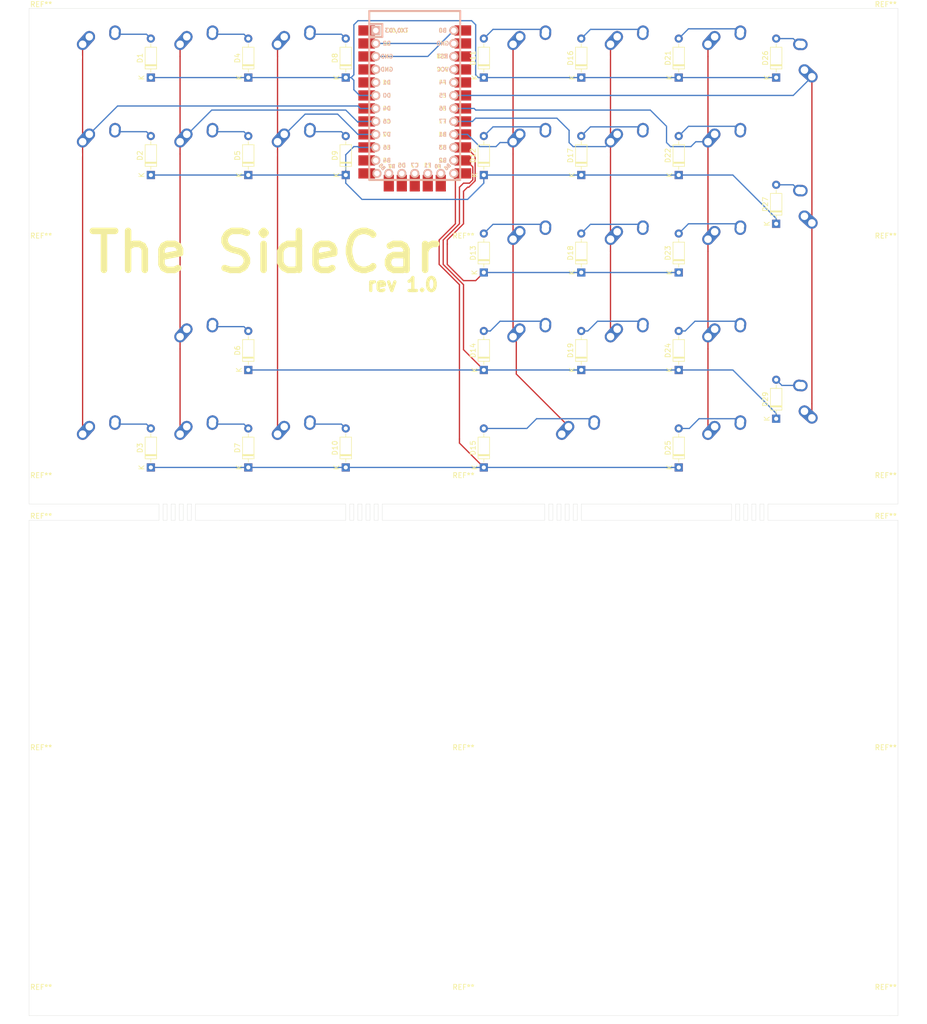
<source format=kicad_pcb>
(kicad_pcb (version 20171130) (host pcbnew "(5.1.5)-3")
  (layers (0 F.Cu signal) (31 B.Cu signal) (34 B.Paste user) (35 F.Paste user) (36 B.SilkS user) (37 F.SilkS user) (38 B.Mask user) (39 F.Mask user) (44 Edge.Cuts user))
  (net 0 "")
  (net 1 "Net-(D1-Pad2)")
  (net 2 row0)
  (net 3 "Net-(D2-Pad2)")
  (net 4 row1)
  (net 5 "Net-(D3-Pad2)")
  (net 6 row4)
  (net 7 "Net-(D4-Pad2)")
  (net 8 "Net-(D5-Pad2)")
  (net 9 "Net-(D6-Pad2)")
  (net 10 row3)
  (net 11 "Net-(D7-Pad2)")
  (net 12 "Net-(D8-Pad2)")
  (net 13 "Net-(D9-Pad2)")
  (net 14 "Net-(D10-Pad2)")
  (net 15 "Net-(D11-Pad2)")
  (net 16 "Net-(D12-Pad2)")
  (net 17 "Net-(D13-Pad2)")
  (net 18 row2)
  (net 19 "Net-(D14-Pad2)")
  (net 20 "Net-(D15-Pad2)")
  (net 21 "Net-(D16-Pad2)")
  (net 22 "Net-(D17-Pad2)")
  (net 23 "Net-(D18-Pad2)")
  (net 24 "Net-(D19-Pad2)")
  (net 25 "Net-(D21-Pad2)")
  (net 26 "Net-(D22-Pad2)")
  (net 27 "Net-(D23-Pad2)")
  (net 28 "Net-(D24-Pad2)")
  (net 29 "Net-(D25-Pad2)")
  (net 30 "Net-(D26-Pad2)")
  (net 31 "Net-(D27-Pad2)")
  (net 32 "Net-(D29-Pad2)")
  (net 33 col0)
  (net 34 col1)
  (net 35 col2)
  (net 36 col3)
  (net 37 col4)
  (net 38 col5)
  (net 39 col6)
  (net 40 "Net-(U1-Pad29)")
  (net 41 "Net-(U1-Pad28)")
  (net 42 "Net-(U1-Pad27)")
  (net 43 "Net-(U1-Pad26)")
  (net 44 "Net-(U1-Pad25)")
  (net 45 GND)
  (net 46 "Net-(U1-Pad22)")
  (net 47 "Net-(U1-Pad21)")
  (net 48 "Net-(U1-Pad20)")
  (net 49 "Net-(U1-Pad5)")
  (net 50 "Net-(U1-Pad1)")
  (net 51 "Net-(U1-Pad23)")
  (net 52 "Net-(U1-Pad12)")
  (net 53 "Net-(U1-Pad4)")
  (net 54 "Net-(U1-Pad11)")
  (module MountingHole:MountingHole_2.1mm (layer F.Cu) (at 292.89375 242.8875)
    (fp_text reference REF** (at 0 -3.2) (layer F.SilkS))
    (fp_text value MountingHole_2.1mm)
    (pad "" np_thru_hole circle (at 0 0) (size 2.1 2.1) (drill 2.1) (layers *.Cu *.Mask))
  )
  (module MountingHole:MountingHole_2.1mm (layer F.Cu) (at 127.79375 197.64375)
    (fp_text reference REF** (at 0 -3.2) (layer F.SilkS))
    (fp_text value MountingHole_2.1mm)
    (pad "" np_thru_hole circle (at 0 0) (size 2.1 2.1) (drill 2.1) (layers *.Cu *.Mask))
  )
  (module MountingHole:MountingHole_2.1mm (layer F.Cu) (at 292.89375 289.71875)
    (fp_text reference REF** (at 0 -3.2) (layer F.SilkS))
    (fp_text value MountingHole_2.1mm)
    (pad "" np_thru_hole circle (at 0 0) (size 2.1 2.1) (drill 2.1) (layers *.Cu *.Mask))
  )
  (module MountingHole:MountingHole_2.1mm (layer F.Cu) (at 210.34375 242.8875)
    (fp_text reference REF** (at 0 -3.2) (layer F.SilkS))
    (fp_text value MountingHole_2.1mm)
    (pad "" np_thru_hole circle (at 0 0) (size 2.1 2.1) (drill 2.1) (layers *.Cu *.Mask))
  )
  (module MountingHole:MountingHole_2.1mm (layer F.Cu) (at 292.89375 197.64375)
    (fp_text reference REF** (at 0 -3.2) (layer F.SilkS))
    (fp_text value MountingHole_2.1mm)
    (pad "" np_thru_hole circle (at 0 0) (size 2.1 2.1) (drill 2.1) (layers *.Cu *.Mask))
  )
  (module MountingHole:MountingHole_2.1mm (layer F.Cu) (at 127.79375 289.71875)
    (fp_text reference REF** (at 0 -3.2) (layer F.SilkS))
    (fp_text value MountingHole_2.1mm)
    (pad "" np_thru_hole circle (at 0 0) (size 2.1 2.1) (drill 2.1) (layers *.Cu *.Mask))
  )
  (module MountingHole:MountingHole_2.1mm (layer F.Cu) (at 127.79375 242.8875)
    (fp_text reference REF** (at 0 -3.2) (layer F.SilkS))
    (fp_text value MountingHole_2.1mm)
    (pad "" np_thru_hole circle (at 0 0) (size 2.1 2.1) (drill 2.1) (layers *.Cu *.Mask))
  )
  (module MountingHole:MountingHole_2.1mm (layer F.Cu) (at 210.34375 289.71875)
    (fp_text reference REF** (at 0 -3.2) (layer F.SilkS))
    (fp_text value MountingHole_2.1mm)
    (pad "" np_thru_hole circle (at 0 0) (size 2.1 2.1) (drill 2.1) (layers *.Cu *.Mask))
  )
  (module MountingHole:MountingHole_2.1mm (layer F.Cu) (at 292.89375 142.875)
    (fp_text reference REF** (at 0 -3.2) (layer F.SilkS))
    (fp_text value MountingHole_2.1mm)
    (pad "" np_thru_hole circle (at 0 0) (size 2.1 2.1) (drill 2.1) (layers *.Cu *.Mask))
  )
  (module MountingHole:MountingHole_2.1mm (layer F.Cu) (at 210.34375 189.70625)
    (fp_text reference REF** (at 0 -3.2) (layer F.SilkS))
    (fp_text value MountingHole_2.1mm)
    (pad "" np_thru_hole circle (at 0 0) (size 2.1 2.1) (drill 2.1) (layers *.Cu *.Mask))
  )
  (module MountingHole:MountingHole_2.1mm (layer F.Cu) (at 210.34375 142.875)
    (fp_text reference REF** (at 0 -3.2) (layer F.SilkS))
    (fp_text value MountingHole_2.1mm)
    (pad "" np_thru_hole circle (at 0 0) (size 2.1 2.1) (drill 2.1) (layers *.Cu *.Mask))
  )
  (module MountingHole:MountingHole_2.1mm (layer F.Cu) (at 292.89375 189.70625)
    (fp_text reference REF** (at 0 -3.2) (layer F.SilkS))
    (fp_text value MountingHole_2.1mm)
    (pad "" np_thru_hole circle (at 0 0) (size 2.1 2.1) (drill 2.1) (layers *.Cu *.Mask))
  )
  (module MountingHole:MountingHole_2.1mm (layer F.Cu) (at 292.89375 97.63125)
    (fp_text reference REF** (at 0 -3.2) (layer F.SilkS))
    (fp_text value MountingHole_2.1mm)
    (pad "" np_thru_hole circle (at 0 0) (size 2.1 2.1) (drill 2.1) (layers *.Cu *.Mask))
  )
  (module MountingHole:MountingHole_2.1mm (layer F.Cu) (at 127.79375 189.70625)
    (fp_text reference REF** (at 0 -3.2) (layer F.SilkS))
    (fp_text value MountingHole_2.1mm)
    (pad "" np_thru_hole circle (at 0 0) (size 2.1 2.1) (drill 2.1) (layers *.Cu *.Mask))
  )
  (module MountingHole:MountingHole_2.1mm (layer F.Cu) (at 127.79375 142.875)
    (fp_text reference REF** (at 0 -3.2) (layer F.SilkS))
    (fp_text value MountingHole_2.1mm)
    (pad "" np_thru_hole circle (at 0 0) (size 2.1 2.1) (drill 2.1) (layers *.Cu *.Mask))
  )
  (module MountingHole:MountingHole_2.1mm (layer F.Cu) (at 127.79375 97.63125)
    (fp_text reference REF** (at 0 -3.2) (layer F.SilkS))
    (fp_text value MountingHole_2.1mm)
    (pad "" np_thru_hole circle (at 0 0) (size 2.1 2.1) (drill 2.1) (layers *.Cu *.Mask))
  )
  (module Keebio-Parts:Elite-C-castellated-29pin-holes (layer F.Cu) (at 200.81875 113.50625 270)
    (fp_text reference U1 hide)
    (fp_text value Elite-C hide)
    (fp_text user D2 (at -11.43 5.461) (layer B.SilkS) (effects (font (size 0.8 0.8)) (justify mirror)))
    (fp_text user D0 (at -1.27 5.461) (layer B.SilkS) (effects (font (size 0.8 0.8)) (justify mirror)))
    (fp_text user D1 (at -3.81 5.461) (layer B.SilkS) (effects (font (size 0.8 0.8)) (justify mirror)))
    (fp_text user GND (at -6.35 5.461) (layer B.SilkS) (effects (font (size 0.8 0.8)) (justify mirror)))
    (fp_text user GND (at -8.89 5.461) (layer B.SilkS) (effects (font (size 0.8 0.8)) (justify mirror)))
    (fp_text user D4 (at 1.27 5.461) (layer B.SilkS) (effects (font (size 0.8 0.8)) (justify mirror)))
    (fp_text user C6 (at 3.81 5.461) (layer B.SilkS) (effects (font (size 0.8 0.8)) (justify mirror)))
    (fp_text user D7 (at 6.35 5.461) (layer B.SilkS) (effects (font (size 0.8 0.8)) (justify mirror)))
    (fp_text user E6 (at 8.89 5.461) (layer B.SilkS) (effects (font (size 0.8 0.8)) (justify mirror)))
    (fp_text user B4 (at 11.43 5.461) (layer B.SilkS) (effects (font (size 0.8 0.8)) (justify mirror)))
    (fp_text user B5 (at 12.7 6.4 135) (layer B.SilkS) (effects (font (size 0.7 0.7)) (justify mirror)))
    (fp_text user B2 (at 11.43 -5.461) (layer F.SilkS) (effects (font (size 0.8 0.8))))
    (fp_text user B3 (at 8.89 -5.461) (layer B.SilkS) (effects (font (size 0.8 0.8)) (justify mirror)))
    (fp_text user B1 (at 6.35 -5.461) (layer B.SilkS) (effects (font (size 0.8 0.8)) (justify mirror)))
    (fp_text user F7 (at 3.81 -5.461) (layer F.SilkS) (effects (font (size 0.8 0.8))))
    (fp_text user F6 (at 1.27 -5.461) (layer F.SilkS) (effects (font (size 0.8 0.8))))
    (fp_text user F5 (at -1.27 -5.461) (layer F.SilkS) (effects (font (size 0.8 0.8))))
    (fp_text user F4 (at -3.81 -5.461) (layer B.SilkS) (effects (font (size 0.8 0.8)) (justify mirror)))
    (fp_text user VCC (at -6.35 -5.461) (layer B.SilkS) (effects (font (size 0.8 0.8)) (justify mirror)))
    (fp_text user GND (at -11.43 -5.461) (layer B.SilkS) (effects (font (size 0.8 0.8)) (justify mirror)))
    (fp_text user B0 (at -13.97 -5.461) (layer B.SilkS) (effects (font (size 0.8 0.8)) (justify mirror)))
    (fp_text user B0 (at -13.97 -5.461) (layer F.SilkS) (effects (font (size 0.8 0.8))))
    (fp_text user GND (at -11.43 -5.461) (layer F.SilkS) (effects (font (size 0.8 0.8))))
    (fp_text user ST (at -8.92 -5.73312) (layer F.SilkS) (effects (font (size 0.8 0.8))))
    (fp_text user VCC (at -6.35 -5.461) (layer F.SilkS) (effects (font (size 0.8 0.8))))
    (fp_text user F4 (at -3.81 -5.461) (layer F.SilkS) (effects (font (size 0.8 0.8))))
    (fp_text user F5 (at -1.27 -5.461) (layer B.SilkS) (effects (font (size 0.8 0.8)) (justify mirror)))
    (fp_text user F6 (at 1.27 -5.461) (layer B.SilkS) (effects (font (size 0.8 0.8)) (justify mirror)))
    (fp_text user F7 (at 3.81 -5.461) (layer B.SilkS) (effects (font (size 0.8 0.8)) (justify mirror)))
    (fp_text user B1 (at 6.35 -5.461) (layer F.SilkS) (effects (font (size 0.8 0.8))))
    (fp_text user B3 (at 8.89 -5.461) (layer F.SilkS) (effects (font (size 0.8 0.8))))
    (fp_text user B2 (at 11.43 -5.461) (layer B.SilkS) (effects (font (size 0.8 0.8)) (justify mirror)))
    (fp_text user B5 (at 12.7 6.4 135) (layer F.SilkS) (effects (font (size 0.7 0.7))))
    (fp_text user B4 (at 11.43 5.461) (layer F.SilkS) (effects (font (size 0.8 0.8))))
    (fp_text user E6 (at 8.89 5.461) (layer F.SilkS) (effects (font (size 0.8 0.8))))
    (fp_text user D7 (at 6.35 5.461) (layer F.SilkS) (effects (font (size 0.8 0.8))))
    (fp_text user C6 (at 3.81 5.461) (layer F.SilkS) (effects (font (size 0.8 0.8))))
    (fp_text user D4 (at 1.27 5.461) (layer F.SilkS) (effects (font (size 0.8 0.8))))
    (fp_text user GND (at -8.89 5.461) (layer F.SilkS) (effects (font (size 0.8 0.8))))
    (fp_text user GND (at -6.35 5.461) (layer F.SilkS) (effects (font (size 0.8 0.8))))
    (fp_text user D1 (at -3.81 5.461) (layer F.SilkS) (effects (font (size 0.8 0.8))))
    (fp_text user D0 (at -1.27 5.461) (layer F.SilkS) (effects (font (size 0.8 0.8))))
    (fp_text user D2 (at -11.43 5.461) (layer F.SilkS) (effects (font (size 0.8 0.8))))
    (fp_text user TX0/D3 (at -13.97 3.571872) (layer B.SilkS) (effects (font (size 0.8 0.8)) (justify mirror)))
    (fp_text user TX0/D3 (at -13.97 3.571872) (layer F.SilkS) (effects (font (size 0.8 0.8))))
    (fp_text user ST (at -8.91 -5.04) (layer B.SilkS) (effects (font (size 0.8 0.8)) (justify mirror)))
    (fp_text user B7 (at 12.6 4.5) (layer F.SilkS) (effects (font (size 0.7 0.7))))
    (fp_text user B7 (at 12.6 4.5) (layer B.SilkS) (effects (font (size 0.7 0.7)) (justify mirror)))
    (fp_text user F0 (at 12.6 -4.5) (layer B.SilkS) (effects (font (size 0.7 0.7)) (justify mirror)))
    (fp_text user F0 (at 12.6 -4.5) (layer F.SilkS) (effects (font (size 0.7 0.7))))
    (fp_text user B6 (at 12.7 -6.4 45 unlocked) (layer F.SilkS) (effects (font (size 0.7 0.7))))
    (fp_text user B6 (at 12.7 -6.4 45 unlocked) (layer B.SilkS) (effects (font (size 0.7 0.7)) (justify mirror)))
    (fp_text user C7 (at 12.4 0) (layer F.SilkS) (effects (font (size 0.8 0.8))))
    (fp_text user C7 (at 12.4 0) (layer B.SilkS) (effects (font (size 0.8 0.8)) (justify mirror)))
    (fp_text user F1 (at 12.4 -2.54) (layer B.SilkS) (effects (font (size 0.8 0.8)) (justify mirror)))
    (fp_text user F1 (at 12.4 -2.54) (layer F.SilkS) (effects (font (size 0.8 0.8))))
    (fp_text user D5 (at 12.4 2.54) (layer F.SilkS) (effects (font (size 0.8 0.8))))
    (fp_text user D5 (at 12.4 2.54) (layer B.SilkS) (effects (font (size 0.8 0.8)) (justify mirror)))
    (pad 29 smd rect (at 15.875 -5.08) (size 2 3.25) (layers F.Cu F.Paste F.Mask) (net 40 "Net-(U1-Pad29)"))
    (pad 28 smd rect (at 15.875 -2.54) (size 2 3.25) (layers F.Cu F.Paste F.Mask) (net 41 "Net-(U1-Pad28)"))
    (pad 27 smd rect (at 15.875 0) (size 2 3.25) (layers F.Cu F.Paste F.Mask) (net 42 "Net-(U1-Pad27)"))
    (pad 26 smd rect (at 15.875 2.54) (size 2 3.25) (layers F.Cu F.Paste F.Mask) (net 43 "Net-(U1-Pad26)"))
    (pad 25 smd rect (at 15.875 5.08) (size 2 3.25) (layers F.Cu F.Paste F.Mask) (net 44 "Net-(U1-Pad25)"))
    (pad 24 smd rect (at -13.97 -9.398 270) (size 2 3.25) (layers F.Cu F.Paste F.Mask) (net 45 GND))
    (pad 23 smd rect (at -11.43 -9.398 270) (size 2 3.25) (layers F.Cu F.Paste F.Mask) (net 51 "Net-(U1-Pad23)"))
    (pad 22 smd rect (at -8.89 -9.398 270) (size 2 3.25) (layers F.Cu F.Paste F.Mask) (net 46 "Net-(U1-Pad22)"))
    (pad 21 smd rect (at -6.35 -9.398 270) (size 2 3.25) (layers F.Cu F.Paste F.Mask) (net 47 "Net-(U1-Pad21)"))
    (pad 20 smd rect (at -3.81 -9.398 270) (size 2 3.25) (layers F.Cu F.Paste F.Mask) (net 48 "Net-(U1-Pad20)"))
    (pad 19 smd rect (at -1.27 -9.398 270) (size 2 3.25) (layers F.Cu F.Paste F.Mask) (net 39 col6))
    (pad 18 smd rect (at 1.27 -9.398 270) (size 2 3.25) (layers F.Cu F.Paste F.Mask) (net 38 col5))
    (pad 17 smd rect (at 3.81 -9.398 270) (size 2 3.25) (layers F.Cu F.Paste F.Mask) (net 37 col4))
    (pad 16 smd rect (at 6.35 -9.398 270) (size 2 3.25) (layers F.Cu F.Paste F.Mask) (net 36 col3))
    (pad 15 smd rect (at 8.89 -9.398 270) (size 2 3.25) (layers F.Cu F.Paste F.Mask) (net 18 row2))
    (pad 14 smd rect (at 11.43 -9.398 270) (size 2 3.25) (layers F.Cu F.Paste F.Mask) (net 10 row3))
    (pad 13 smd rect (at 13.97 -9.398 270) (size 2 3.25) (layers F.Cu F.Paste F.Mask) (net 6 row4))
    (pad 12 smd rect (at 13.97 9.398 270) (size 2 3.25) (layers F.Cu F.Paste F.Mask) (net 52 "Net-(U1-Pad12)"))
    (pad 11 smd rect (at 11.43 9.398 270) (size 2 3.25) (layers F.Cu F.Paste F.Mask) (net 54 "Net-(U1-Pad11)"))
    (pad 10 smd rect (at 8.89 9.398 270) (size 2 3.25) (layers F.Cu F.Paste F.Mask) (net 4 row1))
    (pad 9 smd rect (at 6.35 9.398 270) (size 2 3.25) (layers F.Cu F.Paste F.Mask) (net 35 col2))
    (pad 8 smd rect (at 3.81 9.398 270) (size 2 3.25) (layers F.Cu F.Paste F.Mask) (net 34 col1))
    (pad 7 smd rect (at 1.27 9.398 270) (size 2 3.25) (layers F.Cu F.Paste F.Mask) (net 33 col0))
    (pad 6 smd rect (at -1.27 9.398 270) (size 2 3.25) (layers F.Cu F.Paste F.Mask) (net 2 row0))
    (pad 5 smd rect (at -3.81 9.398 270) (size 2 3.25) (layers F.Cu F.Paste F.Mask) (net 49 "Net-(U1-Pad5)"))
    (pad 4 smd rect (at -6.35 9.398 270) (size 2 3.25) (layers F.Cu F.Paste F.Mask) (net 53 "Net-(U1-Pad4)"))
    (pad 3 smd rect (at -8.89 9.398 270) (size 2 3.25) (layers F.Cu F.Paste F.Mask) (net 45 GND))
    (pad 2 smd rect (at -11.43 9.398 270) (size 2 3.25) (layers F.Cu F.Paste F.Mask) (net 45 GND))
    (pad 1 smd rect (at -13.97 9.398 270) (size 2 3.25) (layers F.Cu F.Paste F.Mask) (net 50 "Net-(U1-Pad1)"))
    (pad 25 thru_hole circle (at 13.97 5.08 270) (size 1.7526 1.7526) (drill 1.0922) (layers *.Cu *.SilkS *.Mask) (net 44 "Net-(U1-Pad25)"))
    (pad 26 thru_hole circle (at 13.97 2.54 270) (size 1.7526 1.7526) (drill 1.0922) (layers *.Cu *.SilkS *.Mask) (net 43 "Net-(U1-Pad26)"))
    (pad 27 thru_hole circle (at 13.97 0 270) (size 1.7526 1.7526) (drill 1.0922) (layers *.Cu *.SilkS *.Mask) (net 42 "Net-(U1-Pad27)"))
    (pad 28 thru_hole circle (at 13.97 -2.54 270) (size 1.7526 1.7526) (drill 1.0922) (layers *.Cu *.SilkS *.Mask) (net 41 "Net-(U1-Pad28)"))
    (pad 29 thru_hole circle (at 13.97 -5.08 270) (size 1.7526 1.7526) (drill 1.0922) (layers *.Cu *.SilkS *.Mask) (net 40 "Net-(U1-Pad29)"))
    (pad 24 thru_hole circle (at -13.97 -7.62 270) (size 1.7526 1.7526) (drill 1.0922) (layers *.Cu *.SilkS *.Mask) (net 45 GND))
    (pad 12 thru_hole circle (at 13.97 7.3914 270) (size 1.7526 1.7526) (drill 1.0922) (layers *.Cu *.SilkS *.Mask) (net 52 "Net-(U1-Pad12)"))
    (pad 23 thru_hole circle (at -11.43 -7.62 270) (size 1.7526 1.7526) (drill 1.0922) (layers *.Cu *.SilkS *.Mask) (net 51 "Net-(U1-Pad23)"))
    (pad 22 thru_hole circle (at -8.89 -7.62 270) (size 1.7526 1.7526) (drill 1.0922) (layers *.Cu *.SilkS *.Mask) (net 46 "Net-(U1-Pad22)"))
    (pad 21 thru_hole circle (at -6.35 -7.62 270) (size 1.7526 1.7526) (drill 1.0922) (layers *.Cu *.SilkS *.Mask) (net 47 "Net-(U1-Pad21)"))
    (pad 20 thru_hole circle (at -3.81 -7.62 270) (size 1.7526 1.7526) (drill 1.0922) (layers *.Cu *.SilkS *.Mask) (net 48 "Net-(U1-Pad20)"))
    (pad 19 thru_hole circle (at -1.27 -7.62 270) (size 1.7526 1.7526) (drill 1.0922) (layers *.Cu *.SilkS *.Mask) (net 39 col6))
    (pad 18 thru_hole circle (at 1.27 -7.62 270) (size 1.7526 1.7526) (drill 1.0922) (layers *.Cu *.SilkS *.Mask) (net 38 col5))
    (pad 17 thru_hole circle (at 3.81 -7.62 270) (size 1.7526 1.7526) (drill 1.0922) (layers *.Cu *.SilkS *.Mask) (net 37 col4))
    (pad 16 thru_hole circle (at 6.35 -7.62 270) (size 1.7526 1.7526) (drill 1.0922) (layers *.Cu *.SilkS *.Mask) (net 36 col3))
    (pad 15 thru_hole circle (at 8.89 -7.62 270) (size 1.7526 1.7526) (drill 1.0922) (layers *.Cu *.SilkS *.Mask) (net 18 row2))
    (pad 14 thru_hole circle (at 11.43 -7.62 270) (size 1.7526 1.7526) (drill 1.0922) (layers *.Cu *.SilkS *.Mask) (net 10 row3))
    (pad 13 thru_hole circle (at 13.97 -7.62 270) (size 1.7526 1.7526) (drill 1.0922) (layers *.Cu *.SilkS *.Mask) (net 6 row4))
    (pad 11 thru_hole circle (at 11.43 7.62 270) (size 1.7526 1.7526) (drill 1.0922) (layers *.Cu *.SilkS *.Mask) (net 54 "Net-(U1-Pad11)"))
    (pad 10 thru_hole circle (at 8.89 7.62 270) (size 1.7526 1.7526) (drill 1.0922) (layers *.Cu *.SilkS *.Mask) (net 4 row1))
    (pad 9 thru_hole circle (at 6.35 7.62 270) (size 1.7526 1.7526) (drill 1.0922) (layers *.Cu *.SilkS *.Mask) (net 35 col2))
    (pad 8 thru_hole circle (at 3.81 7.62 270) (size 1.7526 1.7526) (drill 1.0922) (layers *.Cu *.SilkS *.Mask) (net 34 col1))
    (pad 7 thru_hole circle (at 1.27 7.62 270) (size 1.7526 1.7526) (drill 1.0922) (layers *.Cu *.SilkS *.Mask) (net 33 col0))
    (pad 6 thru_hole circle (at -1.27 7.62 270) (size 1.7526 1.7526) (drill 1.0922) (layers *.Cu *.SilkS *.Mask) (net 2 row0))
    (pad 5 thru_hole circle (at -3.81 7.62 270) (size 1.7526 1.7526) (drill 1.0922) (layers *.Cu *.SilkS *.Mask) (net 49 "Net-(U1-Pad5)"))
    (pad 4 thru_hole circle (at -6.35 7.62 270) (size 1.7526 1.7526) (drill 1.0922) (layers *.Cu *.SilkS *.Mask) (net 53 "Net-(U1-Pad4)"))
    (pad 3 thru_hole circle (at -8.89 7.62 270) (size 1.7526 1.7526) (drill 1.0922) (layers *.Cu *.SilkS *.Mask) (net 45 GND))
    (pad 2 thru_hole circle (at -11.43 7.62 270) (size 1.7526 1.7526) (drill 1.0922) (layers *.Cu *.SilkS *.Mask) (net 45 GND))
    (pad 1 thru_hole rect (at -13.97 7.62 270) (size 1.7526 1.7526) (drill 1.0922) (layers *.Cu *.SilkS *.Mask) (net 50 "Net-(U1-Pad1)"))
  )
  (module MX_Alps_Hybrid:MX-2U-NoLED (layer F.Cu) (at 280.9875 171.45 90)
    (fp_text reference MX29)
    (fp_text value MX-NoLED)
    (pad "" np_thru_hole circle (at 11.938 8.255 90) (size 3.9878 3.9878) (drill 3.9878) (layers *.Cu *.Mask))
    (pad "" np_thru_hole circle (at -11.938 8.255 90) (size 3.9878 3.9878) (drill 3.9878) (layers *.Cu *.Mask))
    (pad "" np_thru_hole circle (at 11.938 -6.985 90) (size 3.048 3.048) (drill 3.048) (layers *.Cu *.Mask))
    (pad "" np_thru_hole circle (at -11.938 -6.985 90) (size 3.048 3.048) (drill 3.048) (layers *.Cu *.Mask))
    (pad "" np_thru_hole circle (at 5.08 0 138.0996) (size 1.75 1.75) (drill 1.75) (layers *.Cu *.Mask))
    (pad "" np_thru_hole circle (at -5.08 0 138.0996) (size 1.75 1.75) (drill 1.75) (layers *.Cu *.Mask))
    (pad 1 thru_hole circle (at -2.5 -4 90) (size 2.25 2.25) (drill 1.47) (layers *.Cu B.Mask) (net 39 col6))
    (pad "" np_thru_hole circle (at 0 0 90) (size 3.9878 3.9878) (drill 3.9878) (layers *.Cu *.Mask))
    (pad 1 thru_hole oval (at -3.81 -2.54 138.0996) (size 4.211556 2.25) (drill 1.47 (offset 0.980778 0)) (layers *.Cu B.Mask) (net 39 col6))
    (pad 2 thru_hole circle (at 2.54 -5.08 90) (size 2.25 2.25) (drill 1.47) (layers *.Cu B.Mask) (net 32 "Net-(D29-Pad2)"))
    (pad 2 thru_hole oval (at 2.5 -4.5 176.0548) (size 2.831378 2.25) (drill 1.47 (offset 0.290689 0)) (layers *.Cu B.Mask) (net 32 "Net-(D29-Pad2)"))
  )
  (module MX_Alps_Hybrid:MX-2U-NoLED (layer F.Cu) (at 280.9875 133.35 90)
    (fp_text reference MX27)
    (fp_text value MX-NoLED)
    (pad "" np_thru_hole circle (at 11.938 8.255 90) (size 3.9878 3.9878) (drill 3.9878) (layers *.Cu *.Mask))
    (pad "" np_thru_hole circle (at -11.938 8.255 90) (size 3.9878 3.9878) (drill 3.9878) (layers *.Cu *.Mask))
    (pad "" np_thru_hole circle (at 11.938 -6.985 90) (size 3.048 3.048) (drill 3.048) (layers *.Cu *.Mask))
    (pad "" np_thru_hole circle (at -11.938 -6.985 90) (size 3.048 3.048) (drill 3.048) (layers *.Cu *.Mask))
    (pad "" np_thru_hole circle (at 5.08 0 138.0996) (size 1.75 1.75) (drill 1.75) (layers *.Cu *.Mask))
    (pad "" np_thru_hole circle (at -5.08 0 138.0996) (size 1.75 1.75) (drill 1.75) (layers *.Cu *.Mask))
    (pad 1 thru_hole circle (at -2.5 -4 90) (size 2.25 2.25) (drill 1.47) (layers *.Cu B.Mask) (net 39 col6))
    (pad "" np_thru_hole circle (at 0 0 90) (size 3.9878 3.9878) (drill 3.9878) (layers *.Cu *.Mask))
    (pad 1 thru_hole oval (at -3.81 -2.54 138.0996) (size 4.211556 2.25) (drill 1.47 (offset 0.980778 0)) (layers *.Cu B.Mask) (net 39 col6))
    (pad 2 thru_hole circle (at 2.54 -5.08 90) (size 2.25 2.25) (drill 1.47) (layers *.Cu B.Mask) (net 31 "Net-(D27-Pad2)"))
    (pad 2 thru_hole oval (at 2.5 -4.5 176.0548) (size 2.831378 2.25) (drill 1.47 (offset 0.290689 0)) (layers *.Cu B.Mask) (net 31 "Net-(D27-Pad2)"))
  )
  (module MX_Alps_Hybrid:MX-1U-NoLED (layer F.Cu) (at 280.9875 104.775 90)
    (fp_text reference MX26)
    (fp_text value MX-NoLED)
    (pad "" np_thru_hole circle (at 5.08 0 138.0996) (size 1.75 1.75) (drill 1.75) (layers *.Cu *.Mask))
    (pad "" np_thru_hole circle (at -5.08 0 138.0996) (size 1.75 1.75) (drill 1.75) (layers *.Cu *.Mask))
    (pad 1 thru_hole circle (at -2.5 -4 90) (size 2.25 2.25) (drill 1.47) (layers *.Cu B.Mask) (net 39 col6))
    (pad "" np_thru_hole circle (at 0 0 90) (size 3.9878 3.9878) (drill 3.9878) (layers *.Cu *.Mask))
    (pad 1 thru_hole oval (at -3.81 -2.54 138.0996) (size 4.211556 2.25) (drill 1.47 (offset 0.980778 0)) (layers *.Cu B.Mask) (net 39 col6))
    (pad 2 thru_hole circle (at 2.54 -5.08 90) (size 2.25 2.25) (drill 1.47) (layers *.Cu B.Mask) (net 30 "Net-(D26-Pad2)"))
    (pad 2 thru_hole oval (at 2.5 -4.5 176.0548) (size 2.831378 2.25) (drill 1.47 (offset 0.290689 0)) (layers *.Cu B.Mask) (net 30 "Net-(D26-Pad2)"))
  )
  (module MX_Alps_Hybrid:MX-1U-NoLED (layer F.Cu) (at 261.9375 180.975)
    (fp_text reference MX25)
    (fp_text value MX-NoLED)
    (pad "" np_thru_hole circle (at 5.08 0 48.0996) (size 1.75 1.75) (drill 1.75) (layers *.Cu *.Mask))
    (pad "" np_thru_hole circle (at -5.08 0 48.0996) (size 1.75 1.75) (drill 1.75) (layers *.Cu *.Mask))
    (pad 1 thru_hole circle (at -2.5 -4) (size 2.25 2.25) (drill 1.47) (layers *.Cu B.Mask) (net 38 col5))
    (pad "" np_thru_hole circle (at 0 0) (size 3.9878 3.9878) (drill 3.9878) (layers *.Cu *.Mask))
    (pad 1 thru_hole oval (at -3.81 -2.54 48.0996) (size 4.211556 2.25) (drill 1.47 (offset 0.980778 0)) (layers *.Cu B.Mask) (net 38 col5))
    (pad 2 thru_hole circle (at 2.54 -5.08) (size 2.25 2.25) (drill 1.47) (layers *.Cu B.Mask) (net 29 "Net-(D25-Pad2)"))
    (pad 2 thru_hole oval (at 2.5 -4.5 86.0548) (size 2.831378 2.25) (drill 1.47 (offset 0.290689 0)) (layers *.Cu B.Mask) (net 29 "Net-(D25-Pad2)"))
  )
  (module MX_Alps_Hybrid:MX-1U-NoLED (layer F.Cu) (at 261.9375 161.925)
    (fp_text reference MX24)
    (fp_text value MX-NoLED)
    (pad "" np_thru_hole circle (at 5.08 0 48.0996) (size 1.75 1.75) (drill 1.75) (layers *.Cu *.Mask))
    (pad "" np_thru_hole circle (at -5.08 0 48.0996) (size 1.75 1.75) (drill 1.75) (layers *.Cu *.Mask))
    (pad 1 thru_hole circle (at -2.5 -4) (size 2.25 2.25) (drill 1.47) (layers *.Cu B.Mask) (net 38 col5))
    (pad "" np_thru_hole circle (at 0 0) (size 3.9878 3.9878) (drill 3.9878) (layers *.Cu *.Mask))
    (pad 1 thru_hole oval (at -3.81 -2.54 48.0996) (size 4.211556 2.25) (drill 1.47 (offset 0.980778 0)) (layers *.Cu B.Mask) (net 38 col5))
    (pad 2 thru_hole circle (at 2.54 -5.08) (size 2.25 2.25) (drill 1.47) (layers *.Cu B.Mask) (net 28 "Net-(D24-Pad2)"))
    (pad 2 thru_hole oval (at 2.5 -4.5 86.0548) (size 2.831378 2.25) (drill 1.47 (offset 0.290689 0)) (layers *.Cu B.Mask) (net 28 "Net-(D24-Pad2)"))
  )
  (module MX_Alps_Hybrid:MX-1U-NoLED (layer F.Cu) (at 261.9375 142.875)
    (fp_text reference MX23)
    (fp_text value MX-NoLED)
    (pad "" np_thru_hole circle (at 5.08 0 48.0996) (size 1.75 1.75) (drill 1.75) (layers *.Cu *.Mask))
    (pad "" np_thru_hole circle (at -5.08 0 48.0996) (size 1.75 1.75) (drill 1.75) (layers *.Cu *.Mask))
    (pad 1 thru_hole circle (at -2.5 -4) (size 2.25 2.25) (drill 1.47) (layers *.Cu B.Mask) (net 38 col5))
    (pad "" np_thru_hole circle (at 0 0) (size 3.9878 3.9878) (drill 3.9878) (layers *.Cu *.Mask))
    (pad 1 thru_hole oval (at -3.81 -2.54 48.0996) (size 4.211556 2.25) (drill 1.47 (offset 0.980778 0)) (layers *.Cu B.Mask) (net 38 col5))
    (pad 2 thru_hole circle (at 2.54 -5.08) (size 2.25 2.25) (drill 1.47) (layers *.Cu B.Mask) (net 27 "Net-(D23-Pad2)"))
    (pad 2 thru_hole oval (at 2.5 -4.5 86.0548) (size 2.831378 2.25) (drill 1.47 (offset 0.290689 0)) (layers *.Cu B.Mask) (net 27 "Net-(D23-Pad2)"))
  )
  (module MX_Alps_Hybrid:MX-1U-NoLED (layer F.Cu) (at 261.9375 123.825)
    (fp_text reference MX22)
    (fp_text value MX-NoLED)
    (pad "" np_thru_hole circle (at 5.08 0 48.0996) (size 1.75 1.75) (drill 1.75) (layers *.Cu *.Mask))
    (pad "" np_thru_hole circle (at -5.08 0 48.0996) (size 1.75 1.75) (drill 1.75) (layers *.Cu *.Mask))
    (pad 1 thru_hole circle (at -2.5 -4) (size 2.25 2.25) (drill 1.47) (layers *.Cu B.Mask) (net 38 col5))
    (pad "" np_thru_hole circle (at 0 0) (size 3.9878 3.9878) (drill 3.9878) (layers *.Cu *.Mask))
    (pad 1 thru_hole oval (at -3.81 -2.54 48.0996) (size 4.211556 2.25) (drill 1.47 (offset 0.980778 0)) (layers *.Cu B.Mask) (net 38 col5))
    (pad 2 thru_hole circle (at 2.54 -5.08) (size 2.25 2.25) (drill 1.47) (layers *.Cu B.Mask) (net 26 "Net-(D22-Pad2)"))
    (pad 2 thru_hole oval (at 2.5 -4.5 86.0548) (size 2.831378 2.25) (drill 1.47 (offset 0.290689 0)) (layers *.Cu B.Mask) (net 26 "Net-(D22-Pad2)"))
  )
  (module MX_Alps_Hybrid:MX-1U-NoLED (layer F.Cu) (at 261.9375 104.775)
    (fp_text reference MX21)
    (fp_text value MX-NoLED)
    (pad "" np_thru_hole circle (at 5.08 0 48.0996) (size 1.75 1.75) (drill 1.75) (layers *.Cu *.Mask))
    (pad "" np_thru_hole circle (at -5.08 0 48.0996) (size 1.75 1.75) (drill 1.75) (layers *.Cu *.Mask))
    (pad 1 thru_hole circle (at -2.5 -4) (size 2.25 2.25) (drill 1.47) (layers *.Cu B.Mask) (net 38 col5))
    (pad "" np_thru_hole circle (at 0 0) (size 3.9878 3.9878) (drill 3.9878) (layers *.Cu *.Mask))
    (pad 1 thru_hole oval (at -3.81 -2.54 48.0996) (size 4.211556 2.25) (drill 1.47 (offset 0.980778 0)) (layers *.Cu B.Mask) (net 38 col5))
    (pad 2 thru_hole circle (at 2.54 -5.08) (size 2.25 2.25) (drill 1.47) (layers *.Cu B.Mask) (net 25 "Net-(D21-Pad2)"))
    (pad 2 thru_hole oval (at 2.5 -4.5 86.0548) (size 2.831378 2.25) (drill 1.47 (offset 0.290689 0)) (layers *.Cu B.Mask) (net 25 "Net-(D21-Pad2)"))
  )
  (module MX_Alps_Hybrid:MX-1U-NoLED (layer F.Cu) (at 242.8875 161.925)
    (fp_text reference MX19)
    (fp_text value MX-NoLED)
    (pad "" np_thru_hole circle (at 5.08 0 48.0996) (size 1.75 1.75) (drill 1.75) (layers *.Cu *.Mask))
    (pad "" np_thru_hole circle (at -5.08 0 48.0996) (size 1.75 1.75) (drill 1.75) (layers *.Cu *.Mask))
    (pad 1 thru_hole circle (at -2.5 -4) (size 2.25 2.25) (drill 1.47) (layers *.Cu B.Mask) (net 37 col4))
    (pad "" np_thru_hole circle (at 0 0) (size 3.9878 3.9878) (drill 3.9878) (layers *.Cu *.Mask))
    (pad 1 thru_hole oval (at -3.81 -2.54 48.0996) (size 4.211556 2.25) (drill 1.47 (offset 0.980778 0)) (layers *.Cu B.Mask) (net 37 col4))
    (pad 2 thru_hole circle (at 2.54 -5.08) (size 2.25 2.25) (drill 1.47) (layers *.Cu B.Mask) (net 24 "Net-(D19-Pad2)"))
    (pad 2 thru_hole oval (at 2.5 -4.5 86.0548) (size 2.831378 2.25) (drill 1.47 (offset 0.290689 0)) (layers *.Cu B.Mask) (net 24 "Net-(D19-Pad2)"))
  )
  (module MX_Alps_Hybrid:MX-1U-NoLED (layer F.Cu) (at 242.8875 142.875)
    (fp_text reference MX18)
    (fp_text value MX-NoLED)
    (pad "" np_thru_hole circle (at 5.08 0 48.0996) (size 1.75 1.75) (drill 1.75) (layers *.Cu *.Mask))
    (pad "" np_thru_hole circle (at -5.08 0 48.0996) (size 1.75 1.75) (drill 1.75) (layers *.Cu *.Mask))
    (pad 1 thru_hole circle (at -2.5 -4) (size 2.25 2.25) (drill 1.47) (layers *.Cu B.Mask) (net 37 col4))
    (pad "" np_thru_hole circle (at 0 0) (size 3.9878 3.9878) (drill 3.9878) (layers *.Cu *.Mask))
    (pad 1 thru_hole oval (at -3.81 -2.54 48.0996) (size 4.211556 2.25) (drill 1.47 (offset 0.980778 0)) (layers *.Cu B.Mask) (net 37 col4))
    (pad 2 thru_hole circle (at 2.54 -5.08) (size 2.25 2.25) (drill 1.47) (layers *.Cu B.Mask) (net 23 "Net-(D18-Pad2)"))
    (pad 2 thru_hole oval (at 2.5 -4.5 86.0548) (size 2.831378 2.25) (drill 1.47 (offset 0.290689 0)) (layers *.Cu B.Mask) (net 23 "Net-(D18-Pad2)"))
  )
  (module MX_Alps_Hybrid:MX-1U-NoLED (layer F.Cu) (at 242.8875 123.825)
    (fp_text reference MX17)
    (fp_text value MX-NoLED)
    (pad "" np_thru_hole circle (at 5.08 0 48.0996) (size 1.75 1.75) (drill 1.75) (layers *.Cu *.Mask))
    (pad "" np_thru_hole circle (at -5.08 0 48.0996) (size 1.75 1.75) (drill 1.75) (layers *.Cu *.Mask))
    (pad 1 thru_hole circle (at -2.5 -4) (size 2.25 2.25) (drill 1.47) (layers *.Cu B.Mask) (net 37 col4))
    (pad "" np_thru_hole circle (at 0 0) (size 3.9878 3.9878) (drill 3.9878) (layers *.Cu *.Mask))
    (pad 1 thru_hole oval (at -3.81 -2.54 48.0996) (size 4.211556 2.25) (drill 1.47 (offset 0.980778 0)) (layers *.Cu B.Mask) (net 37 col4))
    (pad 2 thru_hole circle (at 2.54 -5.08) (size 2.25 2.25) (drill 1.47) (layers *.Cu B.Mask) (net 22 "Net-(D17-Pad2)"))
    (pad 2 thru_hole oval (at 2.5 -4.5 86.0548) (size 2.831378 2.25) (drill 1.47 (offset 0.290689 0)) (layers *.Cu B.Mask) (net 22 "Net-(D17-Pad2)"))
  )
  (module MX_Alps_Hybrid:MX-1U-NoLED (layer F.Cu) (at 242.8875 104.775)
    (fp_text reference MX16)
    (fp_text value MX-NoLED)
    (pad "" np_thru_hole circle (at 5.08 0 48.0996) (size 1.75 1.75) (drill 1.75) (layers *.Cu *.Mask))
    (pad "" np_thru_hole circle (at -5.08 0 48.0996) (size 1.75 1.75) (drill 1.75) (layers *.Cu *.Mask))
    (pad 1 thru_hole circle (at -2.5 -4) (size 2.25 2.25) (drill 1.47) (layers *.Cu B.Mask) (net 37 col4))
    (pad "" np_thru_hole circle (at 0 0) (size 3.9878 3.9878) (drill 3.9878) (layers *.Cu *.Mask))
    (pad 1 thru_hole oval (at -3.81 -2.54 48.0996) (size 4.211556 2.25) (drill 1.47 (offset 0.980778 0)) (layers *.Cu B.Mask) (net 37 col4))
    (pad 2 thru_hole circle (at 2.54 -5.08) (size 2.25 2.25) (drill 1.47) (layers *.Cu B.Mask) (net 21 "Net-(D16-Pad2)"))
    (pad 2 thru_hole oval (at 2.5 -4.5 86.0548) (size 2.831378 2.25) (drill 1.47 (offset 0.290689 0)) (layers *.Cu B.Mask) (net 21 "Net-(D16-Pad2)"))
  )
  (module MX_Alps_Hybrid:MX-2U-NoLED (layer F.Cu) (at 233.3625 180.975)
    (fp_text reference MX15)
    (fp_text value MX-NoLED)
    (pad "" np_thru_hole circle (at 11.938 8.255) (size 3.9878 3.9878) (drill 3.9878) (layers *.Cu *.Mask))
    (pad "" np_thru_hole circle (at -11.938 8.255) (size 3.9878 3.9878) (drill 3.9878) (layers *.Cu *.Mask))
    (pad "" np_thru_hole circle (at 11.938 -6.985) (size 3.048 3.048) (drill 3.048) (layers *.Cu *.Mask))
    (pad "" np_thru_hole circle (at -11.938 -6.985) (size 3.048 3.048) (drill 3.048) (layers *.Cu *.Mask))
    (pad "" np_thru_hole circle (at 5.08 0 48.0996) (size 1.75 1.75) (drill 1.75) (layers *.Cu *.Mask))
    (pad "" np_thru_hole circle (at -5.08 0 48.0996) (size 1.75 1.75) (drill 1.75) (layers *.Cu *.Mask))
    (pad 1 thru_hole circle (at -2.5 -4) (size 2.25 2.25) (drill 1.47) (layers *.Cu B.Mask) (net 36 col3))
    (pad "" np_thru_hole circle (at 0 0) (size 3.9878 3.9878) (drill 3.9878) (layers *.Cu *.Mask))
    (pad 1 thru_hole oval (at -3.81 -2.54 48.0996) (size 4.211556 2.25) (drill 1.47 (offset 0.980778 0)) (layers *.Cu B.Mask) (net 36 col3))
    (pad 2 thru_hole circle (at 2.54 -5.08) (size 2.25 2.25) (drill 1.47) (layers *.Cu B.Mask) (net 20 "Net-(D15-Pad2)"))
    (pad 2 thru_hole oval (at 2.5 -4.5 86.0548) (size 2.831378 2.25) (drill 1.47 (offset 0.290689 0)) (layers *.Cu B.Mask) (net 20 "Net-(D15-Pad2)"))
  )
  (module MX_Alps_Hybrid:MX-1U-NoLED (layer F.Cu) (at 223.8375 161.925)
    (fp_text reference MX14)
    (fp_text value MX-NoLED)
    (pad "" np_thru_hole circle (at 5.08 0 48.0996) (size 1.75 1.75) (drill 1.75) (layers *.Cu *.Mask))
    (pad "" np_thru_hole circle (at -5.08 0 48.0996) (size 1.75 1.75) (drill 1.75) (layers *.Cu *.Mask))
    (pad 1 thru_hole circle (at -2.5 -4) (size 2.25 2.25) (drill 1.47) (layers *.Cu B.Mask) (net 36 col3))
    (pad "" np_thru_hole circle (at 0 0) (size 3.9878 3.9878) (drill 3.9878) (layers *.Cu *.Mask))
    (pad 1 thru_hole oval (at -3.81 -2.54 48.0996) (size 4.211556 2.25) (drill 1.47 (offset 0.980778 0)) (layers *.Cu B.Mask) (net 36 col3))
    (pad 2 thru_hole circle (at 2.54 -5.08) (size 2.25 2.25) (drill 1.47) (layers *.Cu B.Mask) (net 19 "Net-(D14-Pad2)"))
    (pad 2 thru_hole oval (at 2.5 -4.5 86.0548) (size 2.831378 2.25) (drill 1.47 (offset 0.290689 0)) (layers *.Cu B.Mask) (net 19 "Net-(D14-Pad2)"))
  )
  (module MX_Alps_Hybrid:MX-1U-NoLED (layer F.Cu) (at 223.8375 142.875)
    (fp_text reference MX13)
    (fp_text value MX-NoLED)
    (pad "" np_thru_hole circle (at 5.08 0 48.0996) (size 1.75 1.75) (drill 1.75) (layers *.Cu *.Mask))
    (pad "" np_thru_hole circle (at -5.08 0 48.0996) (size 1.75 1.75) (drill 1.75) (layers *.Cu *.Mask))
    (pad 1 thru_hole circle (at -2.5 -4) (size 2.25 2.25) (drill 1.47) (layers *.Cu B.Mask) (net 36 col3))
    (pad "" np_thru_hole circle (at 0 0) (size 3.9878 3.9878) (drill 3.9878) (layers *.Cu *.Mask))
    (pad 1 thru_hole oval (at -3.81 -2.54 48.0996) (size 4.211556 2.25) (drill 1.47 (offset 0.980778 0)) (layers *.Cu B.Mask) (net 36 col3))
    (pad 2 thru_hole circle (at 2.54 -5.08) (size 2.25 2.25) (drill 1.47) (layers *.Cu B.Mask) (net 17 "Net-(D13-Pad2)"))
    (pad 2 thru_hole oval (at 2.5 -4.5 86.0548) (size 2.831378 2.25) (drill 1.47 (offset 0.290689 0)) (layers *.Cu B.Mask) (net 17 "Net-(D13-Pad2)"))
  )
  (module MX_Alps_Hybrid:MX-1U-NoLED (layer F.Cu) (at 223.8375 123.825)
    (fp_text reference MX12)
    (fp_text value MX-NoLED)
    (pad "" np_thru_hole circle (at 5.08 0 48.0996) (size 1.75 1.75) (drill 1.75) (layers *.Cu *.Mask))
    (pad "" np_thru_hole circle (at -5.08 0 48.0996) (size 1.75 1.75) (drill 1.75) (layers *.Cu *.Mask))
    (pad 1 thru_hole circle (at -2.5 -4) (size 2.25 2.25) (drill 1.47) (layers *.Cu B.Mask) (net 36 col3))
    (pad "" np_thru_hole circle (at 0 0) (size 3.9878 3.9878) (drill 3.9878) (layers *.Cu *.Mask))
    (pad 1 thru_hole oval (at -3.81 -2.54 48.0996) (size 4.211556 2.25) (drill 1.47 (offset 0.980778 0)) (layers *.Cu B.Mask) (net 36 col3))
    (pad 2 thru_hole circle (at 2.54 -5.08) (size 2.25 2.25) (drill 1.47) (layers *.Cu B.Mask) (net 16 "Net-(D12-Pad2)"))
    (pad 2 thru_hole oval (at 2.5 -4.5 86.0548) (size 2.831378 2.25) (drill 1.47 (offset 0.290689 0)) (layers *.Cu B.Mask) (net 16 "Net-(D12-Pad2)"))
  )
  (module MX_Alps_Hybrid:MX-1U-NoLED (layer F.Cu) (at 223.8375 104.775)
    (fp_text reference MX11)
    (fp_text value MX-NoLED)
    (pad "" np_thru_hole circle (at 5.08 0 48.0996) (size 1.75 1.75) (drill 1.75) (layers *.Cu *.Mask))
    (pad "" np_thru_hole circle (at -5.08 0 48.0996) (size 1.75 1.75) (drill 1.75) (layers *.Cu *.Mask))
    (pad 1 thru_hole circle (at -2.5 -4) (size 2.25 2.25) (drill 1.47) (layers *.Cu B.Mask) (net 36 col3))
    (pad "" np_thru_hole circle (at 0 0) (size 3.9878 3.9878) (drill 3.9878) (layers *.Cu *.Mask))
    (pad 1 thru_hole oval (at -3.81 -2.54 48.0996) (size 4.211556 2.25) (drill 1.47 (offset 0.980778 0)) (layers *.Cu B.Mask) (net 36 col3))
    (pad 2 thru_hole circle (at 2.54 -5.08) (size 2.25 2.25) (drill 1.47) (layers *.Cu B.Mask) (net 15 "Net-(D11-Pad2)"))
    (pad 2 thru_hole oval (at 2.5 -4.5 86.0548) (size 2.831378 2.25) (drill 1.47 (offset 0.290689 0)) (layers *.Cu B.Mask) (net 15 "Net-(D11-Pad2)"))
  )
  (module MX_Alps_Hybrid:MX-1U-NoLED (layer F.Cu) (at 177.8 180.975)
    (fp_text reference MX10)
    (fp_text value MX-NoLED)
    (pad "" np_thru_hole circle (at 5.08 0 48.0996) (size 1.75 1.75) (drill 1.75) (layers *.Cu *.Mask))
    (pad "" np_thru_hole circle (at -5.08 0 48.0996) (size 1.75 1.75) (drill 1.75) (layers *.Cu *.Mask))
    (pad 1 thru_hole circle (at -2.5 -4) (size 2.25 2.25) (drill 1.47) (layers *.Cu B.Mask) (net 35 col2))
    (pad "" np_thru_hole circle (at 0 0) (size 3.9878 3.9878) (drill 3.9878) (layers *.Cu *.Mask))
    (pad 1 thru_hole oval (at -3.81 -2.54 48.0996) (size 4.211556 2.25) (drill 1.47 (offset 0.980778 0)) (layers *.Cu B.Mask) (net 35 col2))
    (pad 2 thru_hole circle (at 2.54 -5.08) (size 2.25 2.25) (drill 1.47) (layers *.Cu B.Mask) (net 14 "Net-(D10-Pad2)"))
    (pad 2 thru_hole oval (at 2.5 -4.5 86.0548) (size 2.831378 2.25) (drill 1.47 (offset 0.290689 0)) (layers *.Cu B.Mask) (net 14 "Net-(D10-Pad2)"))
  )
  (module MX_Alps_Hybrid:MX-1U-NoLED (layer F.Cu) (at 177.8 123.825)
    (fp_text reference MX9)
    (fp_text value MX-NoLED)
    (pad "" np_thru_hole circle (at 5.08 0 48.0996) (size 1.75 1.75) (drill 1.75) (layers *.Cu *.Mask))
    (pad "" np_thru_hole circle (at -5.08 0 48.0996) (size 1.75 1.75) (drill 1.75) (layers *.Cu *.Mask))
    (pad 1 thru_hole circle (at -2.5 -4) (size 2.25 2.25) (drill 1.47) (layers *.Cu B.Mask) (net 35 col2))
    (pad "" np_thru_hole circle (at 0 0) (size 3.9878 3.9878) (drill 3.9878) (layers *.Cu *.Mask))
    (pad 1 thru_hole oval (at -3.81 -2.54 48.0996) (size 4.211556 2.25) (drill 1.47 (offset 0.980778 0)) (layers *.Cu B.Mask) (net 35 col2))
    (pad 2 thru_hole circle (at 2.54 -5.08) (size 2.25 2.25) (drill 1.47) (layers *.Cu B.Mask) (net 13 "Net-(D9-Pad2)"))
    (pad 2 thru_hole oval (at 2.5 -4.5 86.0548) (size 2.831378 2.25) (drill 1.47 (offset 0.290689 0)) (layers *.Cu B.Mask) (net 13 "Net-(D9-Pad2)"))
  )
  (module MX_Alps_Hybrid:MX-1U-NoLED (layer F.Cu) (at 177.8 104.775)
    (fp_text reference MX8)
    (fp_text value MX-NoLED)
    (pad "" np_thru_hole circle (at 5.08 0 48.0996) (size 1.75 1.75) (drill 1.75) (layers *.Cu *.Mask))
    (pad "" np_thru_hole circle (at -5.08 0 48.0996) (size 1.75 1.75) (drill 1.75) (layers *.Cu *.Mask))
    (pad 1 thru_hole circle (at -2.5 -4) (size 2.25 2.25) (drill 1.47) (layers *.Cu B.Mask) (net 35 col2))
    (pad "" np_thru_hole circle (at 0 0) (size 3.9878 3.9878) (drill 3.9878) (layers *.Cu *.Mask))
    (pad 1 thru_hole oval (at -3.81 -2.54 48.0996) (size 4.211556 2.25) (drill 1.47 (offset 0.980778 0)) (layers *.Cu B.Mask) (net 35 col2))
    (pad 2 thru_hole circle (at 2.54 -5.08) (size 2.25 2.25) (drill 1.47) (layers *.Cu B.Mask) (net 12 "Net-(D8-Pad2)"))
    (pad 2 thru_hole oval (at 2.5 -4.5 86.0548) (size 2.831378 2.25) (drill 1.47 (offset 0.290689 0)) (layers *.Cu B.Mask) (net 12 "Net-(D8-Pad2)"))
  )
  (module MX_Alps_Hybrid:MX-1U-NoLED (layer F.Cu) (at 158.75 180.975)
    (fp_text reference MX7)
    (fp_text value MX-NoLED)
    (pad "" np_thru_hole circle (at 5.08 0 48.0996) (size 1.75 1.75) (drill 1.75) (layers *.Cu *.Mask))
    (pad "" np_thru_hole circle (at -5.08 0 48.0996) (size 1.75 1.75) (drill 1.75) (layers *.Cu *.Mask))
    (pad 1 thru_hole circle (at -2.5 -4) (size 2.25 2.25) (drill 1.47) (layers *.Cu B.Mask) (net 34 col1))
    (pad "" np_thru_hole circle (at 0 0) (size 3.9878 3.9878) (drill 3.9878) (layers *.Cu *.Mask))
    (pad 1 thru_hole oval (at -3.81 -2.54 48.0996) (size 4.211556 2.25) (drill 1.47 (offset 0.980778 0)) (layers *.Cu B.Mask) (net 34 col1))
    (pad 2 thru_hole circle (at 2.54 -5.08) (size 2.25 2.25) (drill 1.47) (layers *.Cu B.Mask) (net 11 "Net-(D7-Pad2)"))
    (pad 2 thru_hole oval (at 2.5 -4.5 86.0548) (size 2.831378 2.25) (drill 1.47 (offset 0.290689 0)) (layers *.Cu B.Mask) (net 11 "Net-(D7-Pad2)"))
  )
  (module MX_Alps_Hybrid:MX-1U-NoLED (layer F.Cu) (at 158.75 161.925)
    (fp_text reference MX6)
    (fp_text value MX-NoLED)
    (pad "" np_thru_hole circle (at 5.08 0 48.0996) (size 1.75 1.75) (drill 1.75) (layers *.Cu *.Mask))
    (pad "" np_thru_hole circle (at -5.08 0 48.0996) (size 1.75 1.75) (drill 1.75) (layers *.Cu *.Mask))
    (pad 1 thru_hole circle (at -2.5 -4) (size 2.25 2.25) (drill 1.47) (layers *.Cu B.Mask) (net 34 col1))
    (pad "" np_thru_hole circle (at 0 0) (size 3.9878 3.9878) (drill 3.9878) (layers *.Cu *.Mask))
    (pad 1 thru_hole oval (at -3.81 -2.54 48.0996) (size 4.211556 2.25) (drill 1.47 (offset 0.980778 0)) (layers *.Cu B.Mask) (net 34 col1))
    (pad 2 thru_hole circle (at 2.54 -5.08) (size 2.25 2.25) (drill 1.47) (layers *.Cu B.Mask) (net 9 "Net-(D6-Pad2)"))
    (pad 2 thru_hole oval (at 2.5 -4.5 86.0548) (size 2.831378 2.25) (drill 1.47 (offset 0.290689 0)) (layers *.Cu B.Mask) (net 9 "Net-(D6-Pad2)"))
  )
  (module MX_Alps_Hybrid:MX-1U-NoLED (layer F.Cu) (at 158.75 123.825)
    (fp_text reference MX5)
    (fp_text value MX-NoLED)
    (pad "" np_thru_hole circle (at 5.08 0 48.0996) (size 1.75 1.75) (drill 1.75) (layers *.Cu *.Mask))
    (pad "" np_thru_hole circle (at -5.08 0 48.0996) (size 1.75 1.75) (drill 1.75) (layers *.Cu *.Mask))
    (pad 1 thru_hole circle (at -2.5 -4) (size 2.25 2.25) (drill 1.47) (layers *.Cu B.Mask) (net 34 col1))
    (pad "" np_thru_hole circle (at 0 0) (size 3.9878 3.9878) (drill 3.9878) (layers *.Cu *.Mask))
    (pad 1 thru_hole oval (at -3.81 -2.54 48.0996) (size 4.211556 2.25) (drill 1.47 (offset 0.980778 0)) (layers *.Cu B.Mask) (net 34 col1))
    (pad 2 thru_hole circle (at 2.54 -5.08) (size 2.25 2.25) (drill 1.47) (layers *.Cu B.Mask) (net 8 "Net-(D5-Pad2)"))
    (pad 2 thru_hole oval (at 2.5 -4.5 86.0548) (size 2.831378 2.25) (drill 1.47 (offset 0.290689 0)) (layers *.Cu B.Mask) (net 8 "Net-(D5-Pad2)"))
  )
  (module MX_Alps_Hybrid:MX-1U-NoLED (layer F.Cu) (at 158.75 104.775)
    (fp_text reference MX4)
    (fp_text value MX-NoLED)
    (pad "" np_thru_hole circle (at 5.08 0 48.0996) (size 1.75 1.75) (drill 1.75) (layers *.Cu *.Mask))
    (pad "" np_thru_hole circle (at -5.08 0 48.0996) (size 1.75 1.75) (drill 1.75) (layers *.Cu *.Mask))
    (pad 1 thru_hole circle (at -2.5 -4) (size 2.25 2.25) (drill 1.47) (layers *.Cu B.Mask) (net 34 col1))
    (pad "" np_thru_hole circle (at 0 0) (size 3.9878 3.9878) (drill 3.9878) (layers *.Cu *.Mask))
    (pad 1 thru_hole oval (at -3.81 -2.54 48.0996) (size 4.211556 2.25) (drill 1.47 (offset 0.980778 0)) (layers *.Cu B.Mask) (net 34 col1))
    (pad 2 thru_hole circle (at 2.54 -5.08) (size 2.25 2.25) (drill 1.47) (layers *.Cu B.Mask) (net 7 "Net-(D4-Pad2)"))
    (pad 2 thru_hole oval (at 2.5 -4.5 86.0548) (size 2.831378 2.25) (drill 1.47 (offset 0.290689 0)) (layers *.Cu B.Mask) (net 7 "Net-(D4-Pad2)"))
  )
  (module MX_Alps_Hybrid:MX-1U-NoLED (layer F.Cu) (at 139.7 180.975)
    (fp_text reference MX3)
    (fp_text value MX-NoLED)
    (pad "" np_thru_hole circle (at 5.08 0 48.0996) (size 1.75 1.75) (drill 1.75) (layers *.Cu *.Mask))
    (pad "" np_thru_hole circle (at -5.08 0 48.0996) (size 1.75 1.75) (drill 1.75) (layers *.Cu *.Mask))
    (pad 1 thru_hole circle (at -2.5 -4) (size 2.25 2.25) (drill 1.47) (layers *.Cu B.Mask) (net 33 col0))
    (pad "" np_thru_hole circle (at 0 0) (size 3.9878 3.9878) (drill 3.9878) (layers *.Cu *.Mask))
    (pad 1 thru_hole oval (at -3.81 -2.54 48.0996) (size 4.211556 2.25) (drill 1.47 (offset 0.980778 0)) (layers *.Cu B.Mask) (net 33 col0))
    (pad 2 thru_hole circle (at 2.54 -5.08) (size 2.25 2.25) (drill 1.47) (layers *.Cu B.Mask) (net 5 "Net-(D3-Pad2)"))
    (pad 2 thru_hole oval (at 2.5 -4.5 86.0548) (size 2.831378 2.25) (drill 1.47 (offset 0.290689 0)) (layers *.Cu B.Mask) (net 5 "Net-(D3-Pad2)"))
  )
  (module MX_Alps_Hybrid:MX-1U-NoLED (layer F.Cu) (at 139.7 123.825)
    (fp_text reference MX2)
    (fp_text value MX-NoLED)
    (pad "" np_thru_hole circle (at 5.08 0 48.0996) (size 1.75 1.75) (drill 1.75) (layers *.Cu *.Mask))
    (pad "" np_thru_hole circle (at -5.08 0 48.0996) (size 1.75 1.75) (drill 1.75) (layers *.Cu *.Mask))
    (pad 1 thru_hole circle (at -2.5 -4) (size 2.25 2.25) (drill 1.47) (layers *.Cu B.Mask) (net 33 col0))
    (pad "" np_thru_hole circle (at 0 0) (size 3.9878 3.9878) (drill 3.9878) (layers *.Cu *.Mask))
    (pad 1 thru_hole oval (at -3.81 -2.54 48.0996) (size 4.211556 2.25) (drill 1.47 (offset 0.980778 0)) (layers *.Cu B.Mask) (net 33 col0))
    (pad 2 thru_hole circle (at 2.54 -5.08) (size 2.25 2.25) (drill 1.47) (layers *.Cu B.Mask) (net 3 "Net-(D2-Pad2)"))
    (pad 2 thru_hole oval (at 2.5 -4.5 86.0548) (size 2.831378 2.25) (drill 1.47 (offset 0.290689 0)) (layers *.Cu B.Mask) (net 3 "Net-(D2-Pad2)"))
  )
  (module MX_Alps_Hybrid:MX-1U-NoLED (layer F.Cu) (at 139.7 104.775)
    (fp_text reference MX1)
    (fp_text value MX-NoLED)
    (pad "" np_thru_hole circle (at 5.08 0 48.0996) (size 1.75 1.75) (drill 1.75) (layers *.Cu *.Mask))
    (pad "" np_thru_hole circle (at -5.08 0 48.0996) (size 1.75 1.75) (drill 1.75) (layers *.Cu *.Mask))
    (pad 1 thru_hole circle (at -2.5 -4) (size 2.25 2.25) (drill 1.47) (layers *.Cu B.Mask) (net 33 col0))
    (pad "" np_thru_hole circle (at 0 0) (size 3.9878 3.9878) (drill 3.9878) (layers *.Cu *.Mask))
    (pad 1 thru_hole oval (at -3.81 -2.54 48.0996) (size 4.211556 2.25) (drill 1.47 (offset 0.980778 0)) (layers *.Cu B.Mask) (net 33 col0))
    (pad 2 thru_hole circle (at 2.54 -5.08) (size 2.25 2.25) (drill 1.47) (layers *.Cu B.Mask) (net 1 "Net-(D1-Pad2)"))
    (pad 2 thru_hole oval (at 2.5 -4.5 86.0548) (size 2.831378 2.25) (drill 1.47 (offset 0.290689 0)) (layers *.Cu B.Mask) (net 1 "Net-(D1-Pad2)"))
  )
  (module Diode_THT:D_DO-35_SOD27_P7.62mm_Horizontal (layer F.Cu) (at 271.4625 175.41875 90)
    (fp_text reference D29 (at 3.81 -2.12 90) (layer F.SilkS))
    (fp_text value D_Small)
    (fp_text user K (at 0 -1.8 90) (layer F.SilkS))
    (pad 2 thru_hole oval (at 7.62 0 90) (size 1.6 1.6) (drill 0.8) (layers *.Cu *.Mask) (net 32 "Net-(D29-Pad2)"))
    (pad 1 thru_hole rect (at 0 0 90) (size 1.6 1.6) (drill 0.8) (layers *.Cu *.Mask) (net 10 row3))
  )
  (module Diode_THT:D_DO-35_SOD27_P7.62mm_Horizontal (layer F.Cu) (at 271.4625 137.31875 90)
    (fp_text reference D27 (at 3.81 -2.12 90) (layer F.SilkS))
    (fp_text value D_Small)
    (fp_text user K (at 0 -1.8 90) (layer F.SilkS))
    (pad 2 thru_hole oval (at 7.62 0 90) (size 1.6 1.6) (drill 0.8) (layers *.Cu *.Mask) (net 31 "Net-(D27-Pad2)"))
    (pad 1 thru_hole rect (at 0 0 90) (size 1.6 1.6) (drill 0.8) (layers *.Cu *.Mask) (net 4 row1))
  )
  (module Diode_THT:D_DO-35_SOD27_P7.62mm_Horizontal (layer F.Cu) (at 271.4625 108.74375 90)
    (fp_text reference D26 (at 3.81 -2.12 90) (layer F.SilkS))
    (fp_text value D_Small)
    (fp_text user K (at 0 -1.8 90) (layer F.SilkS))
    (pad 2 thru_hole oval (at 7.62 0 90) (size 1.6 1.6) (drill 0.8) (layers *.Cu *.Mask) (net 30 "Net-(D26-Pad2)"))
    (pad 1 thru_hole rect (at 0 0 90) (size 1.6 1.6) (drill 0.8) (layers *.Cu *.Mask) (net 2 row0))
  )
  (module Diode_THT:D_DO-35_SOD27_P7.62mm_Horizontal (layer F.Cu) (at 252.4125 184.94375 90)
    (fp_text reference D25 (at 3.81 -2.12 90) (layer F.SilkS))
    (fp_text value D_Small)
    (fp_text user K (at 0 -1.8 90) (layer F.SilkS))
    (pad 2 thru_hole oval (at 7.62 0 90) (size 1.6 1.6) (drill 0.8) (layers *.Cu *.Mask) (net 29 "Net-(D25-Pad2)"))
    (pad 1 thru_hole rect (at 0 0 90) (size 1.6 1.6) (drill 0.8) (layers *.Cu *.Mask) (net 6 row4))
  )
  (module Diode_THT:D_DO-35_SOD27_P7.62mm_Horizontal (layer F.Cu) (at 252.4125 165.89375 90)
    (fp_text reference D24 (at 3.81 -2.12 90) (layer F.SilkS))
    (fp_text value D_Small)
    (fp_text user K (at 0 -1.8 90) (layer F.SilkS))
    (pad 2 thru_hole oval (at 7.62 0 90) (size 1.6 1.6) (drill 0.8) (layers *.Cu *.Mask) (net 28 "Net-(D24-Pad2)"))
    (pad 1 thru_hole rect (at 0 0 90) (size 1.6 1.6) (drill 0.8) (layers *.Cu *.Mask) (net 10 row3))
  )
  (module Diode_THT:D_DO-35_SOD27_P7.62mm_Horizontal (layer F.Cu) (at 252.4125 146.84375 90)
    (fp_text reference D23 (at 3.81 -2.12 90) (layer F.SilkS))
    (fp_text value D_Small)
    (fp_text user K (at 0 -1.8 90) (layer F.SilkS))
    (pad 2 thru_hole oval (at 7.62 0 90) (size 1.6 1.6) (drill 0.8) (layers *.Cu *.Mask) (net 27 "Net-(D23-Pad2)"))
    (pad 1 thru_hole rect (at 0 0 90) (size 1.6 1.6) (drill 0.8) (layers *.Cu *.Mask) (net 18 row2))
  )
  (module Diode_THT:D_DO-35_SOD27_P7.62mm_Horizontal (layer F.Cu) (at 252.4125 127.79375 90)
    (fp_text reference D22 (at 3.81 -2.12 90) (layer F.SilkS))
    (fp_text value D_Small)
    (fp_text user K (at 0 -1.8 90) (layer F.SilkS))
    (pad 2 thru_hole oval (at 7.62 0 90) (size 1.6 1.6) (drill 0.8) (layers *.Cu *.Mask) (net 26 "Net-(D22-Pad2)"))
    (pad 1 thru_hole rect (at 0 0 90) (size 1.6 1.6) (drill 0.8) (layers *.Cu *.Mask) (net 4 row1))
  )
  (module Diode_THT:D_DO-35_SOD27_P7.62mm_Horizontal (layer F.Cu) (at 252.4125 108.74375 90)
    (fp_text reference D21 (at 3.81 -2.12 90) (layer F.SilkS))
    (fp_text value D_Small)
    (fp_text user K (at 0 -1.8 90) (layer F.SilkS))
    (pad 2 thru_hole oval (at 7.62 0 90) (size 1.6 1.6) (drill 0.8) (layers *.Cu *.Mask) (net 25 "Net-(D21-Pad2)"))
    (pad 1 thru_hole rect (at 0 0 90) (size 1.6 1.6) (drill 0.8) (layers *.Cu *.Mask) (net 2 row0))
  )
  (module Diode_THT:D_DO-35_SOD27_P7.62mm_Horizontal (layer F.Cu) (at 233.3625 165.89375 90)
    (fp_text reference D19 (at 3.81 -2.12 90) (layer F.SilkS))
    (fp_text value D_Small)
    (fp_text user K (at 0 -1.8 90) (layer F.SilkS))
    (pad 2 thru_hole oval (at 7.62 0 90) (size 1.6 1.6) (drill 0.8) (layers *.Cu *.Mask) (net 24 "Net-(D19-Pad2)"))
    (pad 1 thru_hole rect (at 0 0 90) (size 1.6 1.6) (drill 0.8) (layers *.Cu *.Mask) (net 10 row3))
  )
  (module Diode_THT:D_DO-35_SOD27_P7.62mm_Horizontal (layer F.Cu) (at 233.3625 146.84375 90)
    (fp_text reference D18 (at 3.81 -2.12 90) (layer F.SilkS))
    (fp_text value D_Small)
    (fp_text user K (at 0 -1.8 90) (layer F.SilkS))
    (pad 2 thru_hole oval (at 7.62 0 90) (size 1.6 1.6) (drill 0.8) (layers *.Cu *.Mask) (net 23 "Net-(D18-Pad2)"))
    (pad 1 thru_hole rect (at 0 0 90) (size 1.6 1.6) (drill 0.8) (layers *.Cu *.Mask) (net 18 row2))
  )
  (module Diode_THT:D_DO-35_SOD27_P7.62mm_Horizontal (layer F.Cu) (at 233.3625 127.79375 90)
    (fp_text reference D17 (at 3.81 -2.12 90) (layer F.SilkS))
    (fp_text value D_Small)
    (fp_text user K (at 0 -1.8 90) (layer F.SilkS))
    (pad 2 thru_hole oval (at 7.62 0 90) (size 1.6 1.6) (drill 0.8) (layers *.Cu *.Mask) (net 22 "Net-(D17-Pad2)"))
    (pad 1 thru_hole rect (at 0 0 90) (size 1.6 1.6) (drill 0.8) (layers *.Cu *.Mask) (net 4 row1))
  )
  (module Diode_THT:D_DO-35_SOD27_P7.62mm_Horizontal (layer F.Cu) (at 233.3625 108.74375 90)
    (fp_text reference D16 (at 3.81 -2.12 90) (layer F.SilkS))
    (fp_text value D_Small)
    (fp_text user K (at 0 -1.8 90) (layer F.SilkS))
    (pad 2 thru_hole oval (at 7.62 0 90) (size 1.6 1.6) (drill 0.8) (layers *.Cu *.Mask) (net 21 "Net-(D16-Pad2)"))
    (pad 1 thru_hole rect (at 0 0 90) (size 1.6 1.6) (drill 0.8) (layers *.Cu *.Mask) (net 2 row0))
  )
  (module Diode_THT:D_DO-35_SOD27_P7.62mm_Horizontal (layer F.Cu) (at 214.3125 184.94375 90)
    (fp_text reference D15 (at 3.81 -2.12 90) (layer F.SilkS))
    (fp_text value D_Small)
    (fp_text user K (at 0 -1.8 90) (layer F.SilkS))
    (pad 2 thru_hole oval (at 7.62 0 90) (size 1.6 1.6) (drill 0.8) (layers *.Cu *.Mask) (net 20 "Net-(D15-Pad2)"))
    (pad 1 thru_hole rect (at 0 0 90) (size 1.6 1.6) (drill 0.8) (layers *.Cu *.Mask) (net 6 row4))
  )
  (module Diode_THT:D_DO-35_SOD27_P7.62mm_Horizontal (layer F.Cu) (at 214.3125 165.89375 90)
    (fp_text reference D14 (at 3.81 -2.12 90) (layer F.SilkS))
    (fp_text value D_Small)
    (fp_text user K (at 0 -1.8 90) (layer F.SilkS))
    (pad 2 thru_hole oval (at 7.62 0 90) (size 1.6 1.6) (drill 0.8) (layers *.Cu *.Mask) (net 19 "Net-(D14-Pad2)"))
    (pad 1 thru_hole rect (at 0 0 90) (size 1.6 1.6) (drill 0.8) (layers *.Cu *.Mask) (net 10 row3))
  )
  (module Diode_THT:D_DO-35_SOD27_P7.62mm_Horizontal (layer F.Cu) (at 214.3125 146.84375 90)
    (fp_text reference D13 (at 3.81 -2.12 90) (layer F.SilkS))
    (fp_text value D_Small)
    (fp_text user K (at 0 -1.8 90) (layer F.SilkS))
    (pad 2 thru_hole oval (at 7.62 0 90) (size 1.6 1.6) (drill 0.8) (layers *.Cu *.Mask) (net 17 "Net-(D13-Pad2)"))
    (pad 1 thru_hole rect (at 0 0 90) (size 1.6 1.6) (drill 0.8) (layers *.Cu *.Mask) (net 18 row2))
  )
  (module Diode_THT:D_DO-35_SOD27_P7.62mm_Horizontal (layer F.Cu) (at 214.3125 127.79375 90)
    (fp_text reference D12 (at 3.81 -2.12 90) (layer F.SilkS))
    (fp_text value D_Small)
    (fp_text user K (at 0 -1.8 90) (layer F.SilkS))
    (pad 2 thru_hole oval (at 7.62 0 90) (size 1.6 1.6) (drill 0.8) (layers *.Cu *.Mask) (net 16 "Net-(D12-Pad2)"))
    (pad 1 thru_hole rect (at 0 0 90) (size 1.6 1.6) (drill 0.8) (layers *.Cu *.Mask) (net 4 row1))
  )
  (module Diode_THT:D_DO-35_SOD27_P7.62mm_Horizontal (layer F.Cu) (at 214.3125 108.74375 90)
    (fp_text reference D11 (at 3.81 -2.12 90) (layer F.SilkS))
    (fp_text value D_Small)
    (fp_text user K (at 0 -1.8 90) (layer F.SilkS))
    (pad 2 thru_hole oval (at 7.62 0 90) (size 1.6 1.6) (drill 0.8) (layers *.Cu *.Mask) (net 15 "Net-(D11-Pad2)"))
    (pad 1 thru_hole rect (at 0 0 90) (size 1.6 1.6) (drill 0.8) (layers *.Cu *.Mask) (net 2 row0))
  )
  (module Diode_THT:D_DO-35_SOD27_P7.62mm_Horizontal (layer F.Cu) (at 187.325 184.94375 90)
    (fp_text reference D10 (at 3.81 -2.12 90) (layer F.SilkS))
    (fp_text value D_Small)
    (fp_text user K (at 0 -1.8 90) (layer F.SilkS))
    (pad 2 thru_hole oval (at 7.62 0 90) (size 1.6 1.6) (drill 0.8) (layers *.Cu *.Mask) (net 14 "Net-(D10-Pad2)"))
    (pad 1 thru_hole rect (at 0 0 90) (size 1.6 1.6) (drill 0.8) (layers *.Cu *.Mask) (net 6 row4))
  )
  (module Diode_THT:D_DO-35_SOD27_P7.62mm_Horizontal (layer F.Cu) (at 187.325 127.79375 90)
    (fp_text reference D9 (at 3.81 -2.12 90) (layer F.SilkS))
    (fp_text value D_Small)
    (fp_text user K (at 0 -1.8 90) (layer F.SilkS))
    (pad 2 thru_hole oval (at 7.62 0 90) (size 1.6 1.6) (drill 0.8) (layers *.Cu *.Mask) (net 13 "Net-(D9-Pad2)"))
    (pad 1 thru_hole rect (at 0 0 90) (size 1.6 1.6) (drill 0.8) (layers *.Cu *.Mask) (net 4 row1))
  )
  (module Diode_THT:D_DO-35_SOD27_P7.62mm_Horizontal (layer F.Cu) (at 187.325 108.74375 90)
    (fp_text reference D8 (at 3.81 -2.12 90) (layer F.SilkS))
    (fp_text value D_Small)
    (fp_text user K (at 0 -1.8 90) (layer F.SilkS))
    (pad 2 thru_hole oval (at 7.62 0 90) (size 1.6 1.6) (drill 0.8) (layers *.Cu *.Mask) (net 12 "Net-(D8-Pad2)"))
    (pad 1 thru_hole rect (at 0 0 90) (size 1.6 1.6) (drill 0.8) (layers *.Cu *.Mask) (net 2 row0))
  )
  (module Diode_THT:D_DO-35_SOD27_P7.62mm_Horizontal (layer F.Cu) (at 168.275 184.94375 90)
    (fp_text reference D7 (at 3.81 -2.12 90) (layer F.SilkS))
    (fp_text value D_Small)
    (fp_text user K (at 0 -1.8 90) (layer F.SilkS))
    (pad 2 thru_hole oval (at 7.62 0 90) (size 1.6 1.6) (drill 0.8) (layers *.Cu *.Mask) (net 11 "Net-(D7-Pad2)"))
    (pad 1 thru_hole rect (at 0 0 90) (size 1.6 1.6) (drill 0.8) (layers *.Cu *.Mask) (net 6 row4))
  )
  (module Diode_THT:D_DO-35_SOD27_P7.62mm_Horizontal (layer F.Cu) (at 168.275 165.89375 90)
    (fp_text reference D6 (at 3.81 -2.12 90) (layer F.SilkS))
    (fp_text value D_Small)
    (fp_text user K (at 0 -1.8 90) (layer F.SilkS))
    (pad 2 thru_hole oval (at 7.62 0 90) (size 1.6 1.6) (drill 0.8) (layers *.Cu *.Mask) (net 9 "Net-(D6-Pad2)"))
    (pad 1 thru_hole rect (at 0 0 90) (size 1.6 1.6) (drill 0.8) (layers *.Cu *.Mask) (net 10 row3))
  )
  (module Diode_THT:D_DO-35_SOD27_P7.62mm_Horizontal (layer F.Cu) (at 168.275 127.79375 90)
    (fp_text reference D5 (at 3.81 -2.12 90) (layer F.SilkS))
    (fp_text value D_Small)
    (fp_text user K (at 0 -1.8 90) (layer F.SilkS))
    (pad 2 thru_hole oval (at 7.62 0 90) (size 1.6 1.6) (drill 0.8) (layers *.Cu *.Mask) (net 8 "Net-(D5-Pad2)"))
    (pad 1 thru_hole rect (at 0 0 90) (size 1.6 1.6) (drill 0.8) (layers *.Cu *.Mask) (net 4 row1))
  )
  (module Diode_THT:D_DO-35_SOD27_P7.62mm_Horizontal (layer F.Cu) (at 168.275 108.74375 90)
    (fp_text reference D4 (at 3.81 -2.12 90) (layer F.SilkS))
    (fp_text value D_Small)
    (fp_text user K (at 0 -1.8 90) (layer F.SilkS))
    (pad 2 thru_hole oval (at 7.62 0 90) (size 1.6 1.6) (drill 0.8) (layers *.Cu *.Mask) (net 7 "Net-(D4-Pad2)"))
    (pad 1 thru_hole rect (at 0 0 90) (size 1.6 1.6) (drill 0.8) (layers *.Cu *.Mask) (net 2 row0))
  )
  (module Diode_THT:D_DO-35_SOD27_P7.62mm_Horizontal (layer F.Cu) (at 149.225 184.94375 90)
    (fp_text reference D3 (at 3.81 -2.12 90) (layer F.SilkS))
    (fp_text value D_Small)
    (fp_text user K (at 0 -1.8 90) (layer F.SilkS))
    (pad 2 thru_hole oval (at 7.62 0 90) (size 1.6 1.6) (drill 0.8) (layers *.Cu *.Mask) (net 5 "Net-(D3-Pad2)"))
    (pad 1 thru_hole rect (at 0 0 90) (size 1.6 1.6) (drill 0.8) (layers *.Cu *.Mask) (net 6 row4))
  )
  (module Diode_THT:D_DO-35_SOD27_P7.62mm_Horizontal (layer F.Cu) (at 149.225 127.79375 90)
    (fp_text reference D2 (at 3.81 -2.12 90) (layer F.SilkS))
    (fp_text value D_Small)
    (fp_text user K (at 0 -1.8 90) (layer F.SilkS))
    (pad 2 thru_hole oval (at 7.62 0 90) (size 1.6 1.6) (drill 0.8) (layers *.Cu *.Mask) (net 3 "Net-(D2-Pad2)"))
    (pad 1 thru_hole rect (at 0 0 90) (size 1.6 1.6) (drill 0.8) (layers *.Cu *.Mask) (net 4 row1))
  )
  (module Diode_THT:D_DO-35_SOD27_P7.62mm_Horizontal (layer F.Cu) (at 149.225 108.74375 90)
    (fp_text reference D1 (at 3.81 -2.12 90) (layer F.SilkS))
    (fp_text value D_Small)
    (fp_text user K (at 0 -1.8 90) (layer F.SilkS))
    (pad 2 thru_hole oval (at 7.62 0 90) (size 1.6 1.6) (drill 0.8) (layers *.Cu *.Mask) (net 1 "Net-(D1-Pad2)"))
    (pad 1 thru_hole rect (at 0 0 90) (size 1.6 1.6) (drill 0.8) (layers *.Cu *.Mask) (net 2 row0))
  )
  (gr_line (start 226.21875 192.0875) (end 194.46875 192.0875) (layer Edge.Cuts) (width 0.05))
  (gr_line (start 226.21875 195.2625) (end 226.21875 192.0875) (layer Edge.Cuts) (width 0.05))
  (gr_line (start 194.46875 195.2625) (end 226.21875 195.2625) (layer Edge.Cuts) (width 0.05))
  (gr_line (start 194.46875 192.0875) (end 194.46875 195.2625) (layer Edge.Cuts) (width 0.05))
  (gr_line (start 227.0125 195.2625) (end 227.0125 192.0875) (layer Edge.Cuts) (width 0.05))
  (gr_line (start 230.98125 192.0875) (end 230.98125 195.2625) (layer Edge.Cuts) (width 0.05))
  (gr_line (start 230.1875 192.0875) (end 230.98125 192.0875) (layer Edge.Cuts) (width 0.05))
  (gr_line (start 227.0125 192.0875) (end 227.80625 192.0875) (layer Edge.Cuts) (width 0.05))
  (gr_line (start 232.56875 195.2625) (end 231.775 195.2625) (layer Edge.Cuts) (width 0.05))
  (gr_line (start 228.6 192.0875) (end 229.39375 192.0875) (layer Edge.Cuts) (width 0.05))
  (gr_line (start 232.56875 192.0875) (end 232.56875 195.2625) (layer Edge.Cuts) (width 0.05))
  (gr_line (start 229.39375 195.2625) (end 228.6 195.2625) (layer Edge.Cuts) (width 0.05))
  (gr_line (start 227.80625 192.0875) (end 227.80625 195.2625) (layer Edge.Cuts) (width 0.05))
  (gr_line (start 229.39375 192.0875) (end 229.39375 195.2625) (layer Edge.Cuts) (width 0.05))
  (gr_line (start 231.775 195.2625) (end 231.775 192.0875) (layer Edge.Cuts) (width 0.05))
  (gr_line (start 228.6 195.2625) (end 228.6 192.0875) (layer Edge.Cuts) (width 0.05))
  (gr_line (start 227.80625 195.2625) (end 227.0125 195.2625) (layer Edge.Cuts) (width 0.05))
  (gr_line (start 230.98125 195.2625) (end 230.1875 195.2625) (layer Edge.Cuts) (width 0.05))
  (gr_line (start 231.775 192.0875) (end 232.56875 192.0875) (layer Edge.Cuts) (width 0.05))
  (gr_line (start 230.1875 195.2625) (end 230.1875 192.0875) (layer Edge.Cuts) (width 0.05))
  (gr_line (start 188.11875 195.2625) (end 188.11875 192.0875) (layer Edge.Cuts) (width 0.05))
  (gr_line (start 192.0875 192.0875) (end 192.0875 195.2625) (layer Edge.Cuts) (width 0.05))
  (gr_line (start 191.29375 192.0875) (end 192.0875 192.0875) (layer Edge.Cuts) (width 0.05))
  (gr_line (start 188.11875 192.0875) (end 188.9125 192.0875) (layer Edge.Cuts) (width 0.05))
  (gr_line (start 193.675 195.2625) (end 192.88125 195.2625) (layer Edge.Cuts) (width 0.05))
  (gr_line (start 189.70625 192.0875) (end 190.5 192.0875) (layer Edge.Cuts) (width 0.05))
  (gr_line (start 193.675 192.0875) (end 193.675 195.2625) (layer Edge.Cuts) (width 0.05))
  (gr_line (start 190.5 195.2625) (end 189.70625 195.2625) (layer Edge.Cuts) (width 0.05))
  (gr_line (start 188.9125 192.0875) (end 188.9125 195.2625) (layer Edge.Cuts) (width 0.05))
  (gr_line (start 190.5 192.0875) (end 190.5 195.2625) (layer Edge.Cuts) (width 0.05))
  (gr_line (start 192.88125 195.2625) (end 192.88125 192.0875) (layer Edge.Cuts) (width 0.05))
  (gr_line (start 189.70625 195.2625) (end 189.70625 192.0875) (layer Edge.Cuts) (width 0.05))
  (gr_line (start 188.9125 195.2625) (end 188.11875 195.2625) (layer Edge.Cuts) (width 0.05))
  (gr_line (start 192.0875 195.2625) (end 191.29375 195.2625) (layer Edge.Cuts) (width 0.05))
  (gr_line (start 192.88125 192.0875) (end 193.675 192.0875) (layer Edge.Cuts) (width 0.05))
  (gr_line (start 191.29375 195.2625) (end 191.29375 192.0875) (layer Edge.Cuts) (width 0.05))
  (gr_line (start 233.3625 192.0875) (end 262.73125 192.0875) (layer Edge.Cuts) (width 0.05))
  (gr_line (start 262.73125 195.2625) (end 238.125 195.2625) (layer Edge.Cuts) (width 0.05))
  (gr_line (start 262.73125 192.0875) (end 262.73125 195.2625) (layer Edge.Cuts) (width 0.05))
  (gr_line (start 233.3625 192.0875) (end 233.3625 195.2625) (layer Edge.Cuts) (width 0.05))
  (gr_line (start 233.3625 195.2625) (end 238.125 195.2625) (layer Edge.Cuts) (width 0.05))
  (gr_line (start 187.325 195.2625) (end 162.71875 195.2625) (layer Edge.Cuts) (width 0.05))
  (gr_line (start 187.325 192.0875) (end 187.325 195.2625) (layer Edge.Cuts) (width 0.05))
  (gr_line (start 157.95625 192.0875) (end 187.325 192.0875) (layer Edge.Cuts) (width 0.05))
  (gr_line (start 264.31875 195.2625) (end 264.31875 192.0875) (layer Edge.Cuts) (width 0.05))
  (gr_line (start 263.525 195.2625) (end 264.31875 195.2625) (layer Edge.Cuts) (width 0.05))
  (gr_line (start 263.525 192.0875) (end 263.525 195.2625) (layer Edge.Cuts) (width 0.05))
  (gr_line (start 264.31875 192.0875) (end 263.525 192.0875) (layer Edge.Cuts) (width 0.05))
  (gr_line (start 265.90625 192.88125) (end 265.90625 192.0875) (layer Edge.Cuts) (width 0.05))
  (gr_line (start 265.90625 195.2625) (end 265.90625 192.88125) (layer Edge.Cuts) (width 0.05))
  (gr_line (start 265.1125 195.2625) (end 265.90625 195.2625) (layer Edge.Cuts) (width 0.05))
  (gr_line (start 265.1125 192.0875) (end 265.1125 195.2625) (layer Edge.Cuts) (width 0.05))
  (gr_line (start 265.90625 192.0875) (end 265.1125 192.0875) (layer Edge.Cuts) (width 0.05))
  (gr_line (start 267.49375 195.2625) (end 267.49375 192.0875) (layer Edge.Cuts) (width 0.05))
  (gr_line (start 266.7 195.2625) (end 267.49375 195.2625) (layer Edge.Cuts) (width 0.05))
  (gr_line (start 266.7 192.0875) (end 266.7 195.2625) (layer Edge.Cuts) (width 0.05))
  (gr_line (start 267.49375 192.0875) (end 266.7 192.0875) (layer Edge.Cuts) (width 0.05))
  (gr_line (start 269.08125 195.2625) (end 269.08125 192.0875) (layer Edge.Cuts) (width 0.05))
  (gr_line (start 268.2875 195.2625) (end 269.08125 195.2625) (layer Edge.Cuts) (width 0.05))
  (gr_line (start 268.2875 192.0875) (end 268.2875 195.2625) (layer Edge.Cuts) (width 0.05))
  (gr_line (start 269.08125 192.0875) (end 268.2875 192.0875) (layer Edge.Cuts) (width 0.05))
  (gr_line (start 269.875 195.2625) (end 295.275 195.2625) (layer Edge.Cuts) (width 0.05))
  (gr_line (start 269.875 192.0875) (end 269.875 195.2625) (layer Edge.Cuts) (width 0.05))
  (gr_line (start 295.275 192.0875) (end 269.875 192.0875) (layer Edge.Cuts) (width 0.05))
  (gr_line (start 157.95625 195.2625) (end 162.71875 195.2625) (layer Edge.Cuts) (width 0.05))
  (gr_line (start 157.95625 192.0875) (end 157.95625 195.2625) (layer Edge.Cuts) (width 0.05))
  (gr_line (start 156.36875 195.2625) (end 156.36875 192.0875) (layer Edge.Cuts) (width 0.05))
  (gr_line (start 157.1625 195.2625) (end 156.36875 195.2625) (layer Edge.Cuts) (width 0.05))
  (gr_line (start 157.1625 192.0875) (end 157.1625 195.2625) (layer Edge.Cuts) (width 0.05))
  (gr_line (start 156.36875 192.0875) (end 157.1625 192.0875) (layer Edge.Cuts) (width 0.05))
  (gr_line (start 154.78125 195.2625) (end 154.78125 192.0875) (layer Edge.Cuts) (width 0.05))
  (gr_line (start 155.575 195.2625) (end 154.78125 195.2625) (layer Edge.Cuts) (width 0.05))
  (gr_line (start 155.575 192.0875) (end 155.575 195.2625) (layer Edge.Cuts) (width 0.05))
  (gr_line (start 154.78125 192.0875) (end 155.575 192.0875) (layer Edge.Cuts) (width 0.05))
  (gr_line (start 153.19375 195.2625) (end 153.19375 192.0875) (layer Edge.Cuts) (width 0.05))
  (gr_line (start 153.9875 195.2625) (end 153.19375 195.2625) (layer Edge.Cuts) (width 0.05))
  (gr_line (start 153.9875 192.0875) (end 153.9875 195.2625) (layer Edge.Cuts) (width 0.05))
  (gr_line (start 153.19375 192.0875) (end 153.9875 192.0875) (layer Edge.Cuts) (width 0.05))
  (gr_line (start 152.4 195.2625) (end 151.60625 195.2625) (layer Edge.Cuts) (width 0.05))
  (gr_line (start 152.4 192.0875) (end 152.4 195.2625) (layer Edge.Cuts) (width 0.05))
  (gr_line (start 151.60625 192.0875) (end 152.4 192.0875) (layer Edge.Cuts) (width 0.05))
  (gr_line (start 151.60625 195.2625) (end 151.60625 192.0875) (layer Edge.Cuts) (width 0.05))
  (gr_line (start 150.8125 192.0875) (end 150.8125 195.2625) (layer Edge.Cuts) (width 0.05))
  (gr_line (start 125.4125 192.0875) (end 150.8125 192.0875) (layer Edge.Cuts) (width 0.05))
  (gr_line (start 125.4125 195.2625) (end 150.8125 195.2625) (layer Edge.Cuts) (width 0.05))
  (gr_line (start 295.275 227.0125) (end 295.275 249.2375) (layer Edge.Cuts) (width 0.05))
  (gr_line (start 295.275 292.1) (end 293.6875 292.1) (layer Edge.Cuts) (width 0.05))
  (gr_line (start 295.275 249.2375) (end 295.275 292.1) (layer Edge.Cuts) (width 0.05))
  (gr_line (start 125.4125 214.3125) (end 125.4125 265.1125) (layer Edge.Cuts) (width 0.05))
  (gr_line (start 125.4125 265.1125) (end 125.4125 292.1) (layer Edge.Cuts) (width 0.05))
  (gr_line (start 293.6875 292.1) (end 127 292.1) (layer Edge.Cuts) (width 0.05))
  (gr_line (start 295.275 195.2625) (end 295.275 209.55) (layer Edge.Cuts) (width 0.05))
  (gr_line (start 125.4125 195.2625) (end 125.4125 214.3125) (layer Edge.Cuts) (width 0.05))
  (gr_line (start 295.275 209.55) (end 295.275 227.0125) (layer Edge.Cuts) (width 0.05))
  (gr_line (start 125.4125 292.1) (end 127 292.1) (layer Edge.Cuts) (width 0.05))
  (gr_line (start 295.275 149.225) (end 295.275 192.0875) (layer Edge.Cuts) (width 0.05))
  (gr_line (start 295.275 127) (end 295.275 149.225) (layer Edge.Cuts) (width 0.05))
  (gr_line (start 295.275 109.5375) (end 295.275 127) (layer Edge.Cuts) (width 0.05))
  (gr_line (start 295.275 95.25) (end 295.275 109.5375) (layer Edge.Cuts) (width 0.05))
  (gr_line (start 293.6875 95.25) (end 295.275 95.25) (layer Edge.Cuts) (width 0.05))
  (gr_line (start 125.4125 165.1) (end 125.4125 192.0875) (layer Edge.Cuts) (width 0.05))
  (gr_line (start 125.4125 114.3) (end 125.4125 165.1) (layer Edge.Cuts) (width 0.05))
  (gr_line (start 125.4125 95.25) (end 125.4125 114.3) (layer Edge.Cuts) (width 0.05))
  (gr_line (start 127 95.25) (end 125.4125 95.25) (layer Edge.Cuts) (width 0.05))
  (gr_text "rev 1.0" (at 198.4375 149.225) (layer F.SilkS) (effects (font (size 2.54 2.54) (thickness 0.635))))
  (gr_text "The SideCar" (at 171.45 142.875) (layer F.SilkS) (effects (font (size 7.62 7.62) (thickness 1.27))))
  (gr_line (start 127 95.25) (end 293.6875 95.25) (layer Edge.Cuts) (width 0.05))
  (segment (start 148.37625 100.275) (end 149.225 101.12375) (width 0.25) (layer B.Cu) (net 1))
  (segment (start 142.2 100.275) (end 148.37625 100.275) (width 0.25) (layer B.Cu) (net 1))
  (segment (start 149.225 108.74375) (end 168.275 108.74375) (width 0.25) (layer B.Cu) (net 2))
  (segment (start 168.275 108.74375) (end 187.325 108.74375) (width 0.25) (layer B.Cu) (net 2))
  (segment (start 214.3125 108.74375) (end 271.4625 108.74375) (width 0.25) (layer B.Cu) (net 2))
  (segment (start 188.375 108.74375) (end 188.9125 108.20625) (width 0.25) (layer B.Cu) (net 2))
  (segment (start 187.325 108.74375) (end 188.375 108.74375) (width 0.25) (layer B.Cu) (net 2))
  (segment (start 188.9125 108.20625) (end 188.9125 98.425) (width 0.25) (layer B.Cu) (net 2))
  (segment (start 188.9125 98.425) (end 189.70625 97.63125) (width 0.25) (layer B.Cu) (net 2))
  (segment (start 189.70625 97.63125) (end 211.93125 97.63125) (width 0.25) (layer B.Cu) (net 2))
  (segment (start 211.93125 97.63125) (end 212.725 98.425) (width 0.25) (layer B.Cu) (net 2))
  (segment (start 213.2625 108.74375) (end 214.3125 108.74375) (width 0.25) (layer B.Cu) (net 2))
  (segment (start 212.725 108.20625) (end 213.2625 108.74375) (width 0.25) (layer B.Cu) (net 2))
  (segment (start 212.725 98.425) (end 212.725 108.20625) (width 0.25) (layer B.Cu) (net 2))
  (segment (start 188.375 108.74375) (end 188.9125 109.28125) (width 0.25) (layer B.Cu) (net 2))
  (segment (start 188.9125 109.28125) (end 188.9125 111.125) (width 0.25) (layer B.Cu) (net 2))
  (segment (start 190.02375 112.23625) (end 193.19875 112.23625) (width 0.25) (layer B.Cu) (net 2))
  (segment (start 188.9125 111.125) (end 190.02375 112.23625) (width 0.25) (layer B.Cu) (net 2))
  (segment (start 193.19875 112.23625) (end 191.42075 112.23625) (width 0.25) (layer F.Cu) (net 2))
  (segment (start 148.37625 119.325) (end 149.225 120.17375) (width 0.25) (layer B.Cu) (net 3))
  (segment (start 142.2 119.325) (end 148.37625 119.325) (width 0.25) (layer B.Cu) (net 3))
  (segment (start 149.225 127.79375) (end 168.275 127.79375) (width 0.25) (layer B.Cu) (net 4))
  (segment (start 168.275 127.79375) (end 187.325 127.79375) (width 0.25) (layer B.Cu) (net 4))
  (segment (start 214.3125 127.79375) (end 252.4125 127.79375) (width 0.25) (layer B.Cu) (net 4))
  (segment (start 271.4625 136.26875) (end 271.4625 137.31875) (width 0.25) (layer B.Cu) (net 4))
  (segment (start 262.9875 127.79375) (end 271.4625 136.26875) (width 0.25) (layer B.Cu) (net 4))
  (segment (start 252.4125 127.79375) (end 262.9875 127.79375) (width 0.25) (layer B.Cu) (net 4))
  (segment (start 187.325 127.79375) (end 187.325 129.38125) (width 0.25) (layer B.Cu) (net 4))
  (segment (start 187.325 129.38125) (end 190.5 132.55625) (width 0.25) (layer B.Cu) (net 4))
  (segment (start 190.5 132.55625) (end 207.16875 132.55625) (width 0.25) (layer B.Cu) (net 4))
  (segment (start 214.3125 127.79375) (end 214.3125 129.38125) (width 0.25) (layer B.Cu) (net 4))
  (segment (start 214.3125 129.38125) (end 211.1375 132.55625) (width 0.25) (layer B.Cu) (net 4))
  (segment (start 211.1375 132.55625) (end 207.16875 132.55625) (width 0.25) (layer B.Cu) (net 4))
  (segment (start 189.865 122.39625) (end 193.19875 122.39625) (width 0.25) (layer B.Cu) (net 4))
  (segment (start 189.70625 122.2375) (end 189.865 122.39625) (width 0.25) (layer B.Cu) (net 4))
  (segment (start 188.9125 122.2375) (end 189.70625 122.2375) (width 0.25) (layer B.Cu) (net 4))
  (segment (start 187.325 127.79375) (end 187.325 123.825) (width 0.25) (layer B.Cu) (net 4))
  (segment (start 187.325 123.825) (end 188.9125 122.2375) (width 0.25) (layer B.Cu) (net 4))
  (segment (start 193.19875 122.39625) (end 191.42075 122.39625) (width 0.25) (layer F.Cu) (net 4))
  (segment (start 148.37625 176.475) (end 149.225 177.32375) (width 0.25) (layer B.Cu) (net 5))
  (segment (start 142.2 176.475) (end 148.37625 176.475) (width 0.25) (layer B.Cu) (net 5))
  (segment (start 149.225 184.94375) (end 252.4125 184.94375) (width 0.25) (layer B.Cu) (net 6))
  (segment (start 213.51875 184.15) (end 214.3125 184.94375) (width 0.25) (layer F.Cu) (net 6))
  (segment (start 208.43875 127.47625) (end 210.21675 127.47625) (width 0.25) (layer F.Cu) (net 6))
  (segment (start 209.55 149.225) (end 209.55 179.3875) (width 0.25) (layer F.Cu) (net 6))
  (segment (start 205.58125 145.25625) (end 209.55 149.225) (width 0.25) (layer F.Cu) (net 6))
  (segment (start 209.55 180.18125) (end 213.51875 184.15) (width 0.25) (layer F.Cu) (net 6))
  (segment (start 209.55 179.3875) (end 209.55 180.18125) (width 0.25) (layer F.Cu) (net 6))
  (segment (start 205.58125 141.2875) (end 205.58125 145.25625) (width 0.25) (layer F.Cu) (net 6))
  (segment (start 208.43875 127.47625) (end 208.43875 128.27) (width 0.25) (layer F.Cu) (net 6))
  (segment (start 208.43875 128.27) (end 208.75625 128.5875) (width 0.25) (layer F.Cu) (net 6))
  (segment (start 205.58125 141.2875) (end 205.58125 140.49375) (width 0.25) (layer F.Cu) (net 6))
  (segment (start 205.58125 140.49375) (end 208.75625 137.31875) (width 0.25) (layer F.Cu) (net 6))
  (segment (start 208.75625 137.31875) (end 208.75625 128.5875) (width 0.25) (layer F.Cu) (net 6))
  (segment (start 167.42625 100.275) (end 168.275 101.12375) (width 0.25) (layer B.Cu) (net 7))
  (segment (start 161.25 100.275) (end 167.42625 100.275) (width 0.25) (layer B.Cu) (net 7))
  (segment (start 167.42625 119.325) (end 168.275 120.17375) (width 0.25) (layer B.Cu) (net 8))
  (segment (start 161.25 119.325) (end 167.42625 119.325) (width 0.25) (layer B.Cu) (net 8))
  (segment (start 167.42625 157.425) (end 168.275 158.27375) (width 0.25) (layer B.Cu) (net 9))
  (segment (start 161.25 157.425) (end 167.42625 157.425) (width 0.25) (layer B.Cu) (net 9))
  (segment (start 168.275 165.89375) (end 252.4125 165.89375) (width 0.25) (layer B.Cu) (net 10))
  (segment (start 271.4625 174.36875) (end 271.4625 175.41875) (width 0.25) (layer B.Cu) (net 10))
  (segment (start 262.9875 165.89375) (end 271.4625 174.36875) (width 0.25) (layer B.Cu) (net 10))
  (segment (start 252.4125 165.89375) (end 262.9875 165.89375) (width 0.25) (layer B.Cu) (net 10))
  (segment (start 206.375 145.25625) (end 206.375 140.49375) (width 0.25) (layer F.Cu) (net 10))
  (segment (start 210.34375 149.225) (end 206.375 145.25625) (width 0.25) (layer F.Cu) (net 10))
  (segment (start 209.55 130.175) (end 210.34375 129.38125) (width 0.25) (layer F.Cu) (net 10))
  (segment (start 214.3125 165.89375) (end 210.34375 161.925) (width 0.25) (layer F.Cu) (net 10))
  (segment (start 210.34375 161.925) (end 210.34375 149.225) (width 0.25) (layer F.Cu) (net 10))
  (segment (start 212.166751 126.216249) (end 210.886752 124.93625) (width 0.25) (layer F.Cu) (net 10))
  (segment (start 210.886752 124.93625) (end 208.43875 124.93625) (width 0.25) (layer F.Cu) (net 10))
  (segment (start 206.375 140.49375) (end 209.55 137.31875) (width 0.25) (layer F.Cu) (net 10))
  (segment (start 209.55 137.31875) (end 209.55 130.175) (width 0.25) (layer F.Cu) (net 10))
  (segment (start 210.34375 129.38125) (end 211.521752 129.38125) (width 0.25) (layer F.Cu) (net 10))
  (segment (start 211.521752 129.38125) (end 212.166751 128.736251) (width 0.25) (layer F.Cu) (net 10))
  (segment (start 212.166751 128.736251) (end 212.166751 126.216249) (width 0.25) (layer F.Cu) (net 10))
  (segment (start 167.42625 176.475) (end 168.275 177.32375) (width 0.25) (layer B.Cu) (net 11))
  (segment (start 161.25 176.475) (end 167.42625 176.475) (width 0.25) (layer B.Cu) (net 11))
  (segment (start 186.47625 100.275) (end 187.325 101.12375) (width 0.25) (layer B.Cu) (net 12))
  (segment (start 180.3 100.275) (end 186.47625 100.275) (width 0.25) (layer B.Cu) (net 12))
  (segment (start 186.47625 119.325) (end 187.325 120.17375) (width 0.25) (layer B.Cu) (net 13))
  (segment (start 180.3 119.325) (end 186.47625 119.325) (width 0.25) (layer B.Cu) (net 13))
  (segment (start 186.47625 176.475) (end 187.0075 177.00625) (width 0.25) (layer B.Cu) (net 14))
  (segment (start 180.3 176.475) (end 186.47625 176.475) (width 0.25) (layer B.Cu) (net 14))
  (segment (start 215.112499 100.323751) (end 214.3125 101.12375) (width 0.25) (layer B.Cu) (net 15))
  (segment (start 216.111251 99.324999) (end 215.112499 100.323751) (width 0.25) (layer B.Cu) (net 15))
  (segment (start 225.387499 99.324999) (end 216.111251 99.324999) (width 0.25) (layer B.Cu) (net 15))
  (segment (start 226.3375 100.275) (end 225.387499 99.324999) (width 0.25) (layer B.Cu) (net 15))
  (segment (start 216.111251 118.374999) (end 215.112499 119.373751) (width 0.25) (layer B.Cu) (net 16))
  (segment (start 225.387499 118.374999) (end 216.111251 118.374999) (width 0.25) (layer B.Cu) (net 16))
  (segment (start 215.112499 119.373751) (end 214.3125 120.17375) (width 0.25) (layer B.Cu) (net 16))
  (segment (start 226.3375 119.325) (end 225.387499 118.374999) (width 0.25) (layer B.Cu) (net 16))
  (segment (start 215.112499 138.423751) (end 214.3125 139.22375) (width 0.25) (layer B.Cu) (net 17))
  (segment (start 216.111251 137.424999) (end 215.112499 138.423751) (width 0.25) (layer B.Cu) (net 17))
  (segment (start 225.387499 137.424999) (end 216.111251 137.424999) (width 0.25) (layer B.Cu) (net 17))
  (segment (start 226.3375 138.375) (end 225.387499 137.424999) (width 0.25) (layer B.Cu) (net 17))
  (segment (start 214.3125 146.84375) (end 252.4125 146.84375) (width 0.25) (layer B.Cu) (net 18))
  (segment (start 212.61676 124.126258) (end 212.61676 128.922652) (width 0.25) (layer F.Cu) (net 18))
  (segment (start 208.43875 122.39625) (end 210.886752 122.39625) (width 0.25) (layer F.Cu) (net 18))
  (segment (start 212.61676 128.922652) (end 211.364412 130.175) (width 0.25) (layer F.Cu) (net 18))
  (segment (start 210.886752 122.39625) (end 212.61676 124.126258) (width 0.25) (layer F.Cu) (net 18))
  (segment (start 211.364412 130.175) (end 211.1375 130.175) (width 0.25) (layer F.Cu) (net 18))
  (segment (start 211.1375 130.175) (end 210.34375 130.96875) (width 0.25) (layer F.Cu) (net 18))
  (segment (start 207.16875 141.2875) (end 207.16875 145.25625) (width 0.25) (layer F.Cu) (net 18))
  (segment (start 207.16875 145.25625) (end 209.55 147.6375) (width 0.25) (layer F.Cu) (net 18))
  (segment (start 209.55 147.6375) (end 210.34375 148.43125) (width 0.25) (layer F.Cu) (net 18))
  (segment (start 212.725 148.43125) (end 214.3125 146.84375) (width 0.25) (layer F.Cu) (net 18))
  (segment (start 210.34375 148.43125) (end 212.725 148.43125) (width 0.25) (layer F.Cu) (net 18))
  (segment (start 207.16875 141.2875) (end 207.16875 140.49375) (width 0.25) (layer F.Cu) (net 18))
  (segment (start 207.16875 140.49375) (end 208.75625 138.90625) (width 0.25) (layer F.Cu) (net 18))
  (segment (start 208.75625 138.90625) (end 210.34375 137.31875) (width 0.25) (layer F.Cu) (net 18))
  (segment (start 210.34375 137.31875) (end 210.34375 130.96875) (width 0.25) (layer F.Cu) (net 18))
  (segment (start 225.90125 156.36875) (end 226.3775 156.845) (width 0.25) (layer B.Cu) (net 19))
  (segment (start 217.4875 156.36875) (end 225.90125 156.36875) (width 0.25) (layer B.Cu) (net 19))
  (segment (start 214.3125 158.27375) (end 215.5825 158.27375) (width 0.25) (layer B.Cu) (net 19))
  (segment (start 215.5825 158.27375) (end 217.4875 156.36875) (width 0.25) (layer B.Cu) (net 19))
  (segment (start 234.912499 175.524999) (end 235.8625 176.475) (width 0.25) (layer B.Cu) (net 20))
  (segment (start 235.42625 175.41875) (end 235.9025 175.895) (width 0.25) (layer B.Cu) (net 20))
  (segment (start 224.63125 175.41875) (end 235.42625 175.41875) (width 0.25) (layer B.Cu) (net 20))
  (segment (start 214.3125 177.32375) (end 222.72625 177.32375) (width 0.25) (layer B.Cu) (net 20))
  (segment (start 222.72625 177.32375) (end 224.63125 175.41875) (width 0.25) (layer B.Cu) (net 20))
  (segment (start 234.162499 100.323751) (end 233.3625 101.12375) (width 0.25) (layer B.Cu) (net 21))
  (segment (start 235.161251 99.324999) (end 234.162499 100.323751) (width 0.25) (layer B.Cu) (net 21))
  (segment (start 244.437499 99.324999) (end 235.161251 99.324999) (width 0.25) (layer B.Cu) (net 21))
  (segment (start 245.3875 100.275) (end 244.437499 99.324999) (width 0.25) (layer B.Cu) (net 21))
  (segment (start 234.162499 119.373751) (end 233.3625 120.17375) (width 0.25) (layer B.Cu) (net 22))
  (segment (start 244.437499 118.374999) (end 235.161251 118.374999) (width 0.25) (layer B.Cu) (net 22))
  (segment (start 235.161251 118.374999) (end 234.162499 119.373751) (width 0.25) (layer B.Cu) (net 22))
  (segment (start 245.3875 119.325) (end 244.437499 118.374999) (width 0.25) (layer B.Cu) (net 22))
  (segment (start 234.162499 138.423751) (end 233.3625 139.22375) (width 0.25) (layer B.Cu) (net 23))
  (segment (start 235.161251 137.424999) (end 234.162499 138.423751) (width 0.25) (layer B.Cu) (net 23))
  (segment (start 244.437499 137.424999) (end 235.161251 137.424999) (width 0.25) (layer B.Cu) (net 23))
  (segment (start 245.3875 138.375) (end 244.437499 137.424999) (width 0.25) (layer B.Cu) (net 23))
  (segment (start 244.95125 156.36875) (end 245.4275 156.845) (width 0.25) (layer B.Cu) (net 24))
  (segment (start 236.5375 156.36875) (end 244.95125 156.36875) (width 0.25) (layer B.Cu) (net 24))
  (segment (start 233.3625 158.27375) (end 234.6325 158.27375) (width 0.25) (layer B.Cu) (net 24))
  (segment (start 234.6325 158.27375) (end 236.5375 156.36875) (width 0.25) (layer B.Cu) (net 24))
  (segment (start 264.00125 99.21875) (end 264.4775 99.695) (width 0.25) (layer B.Cu) (net 25))
  (segment (start 252.4125 101.12375) (end 254.3175 99.21875) (width 0.25) (layer B.Cu) (net 25))
  (segment (start 254.3175 99.21875) (end 264.00125 99.21875) (width 0.25) (layer B.Cu) (net 25))
  (segment (start 252.4125 120.17375) (end 254.3175 118.26875) (width 0.25) (layer B.Cu) (net 26))
  (segment (start 254.3175 118.26875) (end 263.525 118.26875) (width 0.25) (layer B.Cu) (net 26))
  (segment (start 263.525 118.4125) (end 264.4375 119.325) (width 0.25) (layer B.Cu) (net 26))
  (segment (start 263.525 118.26875) (end 263.525 118.4125) (width 0.25) (layer B.Cu) (net 26))
  (segment (start 264.00125 137.31875) (end 264.4775 137.795) (width 0.25) (layer B.Cu) (net 27))
  (segment (start 252.4125 139.22375) (end 254.3175 137.31875) (width 0.25) (layer B.Cu) (net 27))
  (segment (start 254.3175 137.31875) (end 264.00125 137.31875) (width 0.25) (layer B.Cu) (net 27))
  (segment (start 263.525 156.36875) (end 263.525 156.5125) (width 0.25) (layer B.Cu) (net 28))
  (segment (start 255.5875 156.36875) (end 263.525 156.36875) (width 0.25) (layer B.Cu) (net 28))
  (segment (start 252.4125 158.27375) (end 253.6825 158.27375) (width 0.25) (layer B.Cu) (net 28))
  (segment (start 263.525 156.5125) (end 264.4375 157.425) (width 0.25) (layer B.Cu) (net 28))
  (segment (start 253.6825 158.27375) (end 255.5875 156.36875) (width 0.25) (layer B.Cu) (net 28))
  (segment (start 264.00125 175.41875) (end 264.4775 175.895) (width 0.25) (layer B.Cu) (net 29))
  (segment (start 256.38125 175.41875) (end 264.00125 175.41875) (width 0.25) (layer B.Cu) (net 29))
  (segment (start 252.4125 177.32375) (end 254.47625 177.32375) (width 0.25) (layer B.Cu) (net 29))
  (segment (start 254.47625 177.32375) (end 256.38125 175.41875) (width 0.25) (layer B.Cu) (net 29))
  (segment (start 274.79625 101.12375) (end 275.9075 102.235) (width 0.25) (layer B.Cu) (net 30))
  (segment (start 271.4625 101.12375) (end 274.79625 101.12375) (width 0.25) (layer B.Cu) (net 30))
  (segment (start 274.79625 129.69875) (end 275.9075 130.81) (width 0.25) (layer B.Cu) (net 31))
  (segment (start 271.4625 129.69875) (end 274.79625 129.69875) (width 0.25) (layer B.Cu) (net 31))
  (segment (start 272.57375 168.91) (end 275.9075 168.91) (width 0.25) (layer B.Cu) (net 32))
  (segment (start 271.4625 167.79875) (end 272.57375 168.91) (width 0.25) (layer B.Cu) (net 32))
  (segment (start 135.89 104.61625) (end 135.89 121.285) (width 0.25) (layer F.Cu) (net 33))
  (segment (start 135.89 102.235) (end 135.89 104.61625) (width 0.25) (layer F.Cu) (net 33))
  (segment (start 135.89 123.66625) (end 135.89 178.435) (width 0.25) (layer F.Cu) (net 33))
  (segment (start 135.89 121.285) (end 135.89 123.66625) (width 0.25) (layer F.Cu) (net 33))
  (segment (start 190.1825 114.77625) (end 193.19875 114.77625) (width 0.25) (layer B.Cu) (net 33))
  (segment (start 142.725 114.3) (end 189.70625 114.3) (width 0.25) (layer B.Cu) (net 33))
  (segment (start 135.89 121.285) (end 135.89 121.135) (width 0.25) (layer B.Cu) (net 33))
  (segment (start 189.70625 114.3) (end 190.1825 114.77625) (width 0.25) (layer B.Cu) (net 33))
  (segment (start 135.89 121.135) (end 142.725 114.3) (width 0.25) (layer B.Cu) (net 33))
  (segment (start 193.19875 114.77625) (end 191.42075 114.77625) (width 0.25) (layer F.Cu) (net 33))
  (segment (start 154.94 104.61625) (end 154.94 121.285) (width 0.25) (layer F.Cu) (net 34))
  (segment (start 154.94 102.235) (end 154.94 104.61625) (width 0.25) (layer F.Cu) (net 34))
  (segment (start 154.94 123.66625) (end 154.94 159.385) (width 0.25) (layer F.Cu) (net 34))
  (segment (start 154.94 121.285) (end 154.94 123.66625) (width 0.25) (layer F.Cu) (net 34))
  (segment (start 154.94 161.76625) (end 154.94 178.435) (width 0.25) (layer F.Cu) (net 34))
  (segment (start 154.94 159.385) (end 154.94 161.76625) (width 0.25) (layer F.Cu) (net 34))
  (segment (start 154.94 121.285) (end 161.13125 115.09375) (width 0.25) (layer B.Cu) (net 34))
  (segment (start 161.13125 115.09375) (end 187.325 115.09375) (width 0.25) (layer B.Cu) (net 34))
  (segment (start 187.325 115.09375) (end 189.70625 117.475) (width 0.25) (layer B.Cu) (net 34))
  (segment (start 189.865 117.31625) (end 193.19875 117.31625) (width 0.25) (layer B.Cu) (net 34))
  (segment (start 189.70625 117.475) (end 189.865 117.31625) (width 0.25) (layer B.Cu) (net 34))
  (segment (start 191.42075 117.31625) (end 193.19875 117.31625) (width 0.25) (layer F.Cu) (net 34))
  (segment (start 173.99 104.61625) (end 173.99 121.285) (width 0.25) (layer F.Cu) (net 35))
  (segment (start 173.99 102.235) (end 173.99 104.61625) (width 0.25) (layer F.Cu) (net 35))
  (segment (start 173.99 121.285) (end 173.99 178.435) (width 0.25) (layer F.Cu) (net 35))
  (segment (start 173.99 121.285) (end 179.3875 115.8875) (width 0.25) (layer B.Cu) (net 35))
  (segment (start 179.3875 115.8875) (end 185.7375 115.8875) (width 0.25) (layer B.Cu) (net 35))
  (segment (start 185.7375 115.8875) (end 189.70625 119.85625) (width 0.25) (layer B.Cu) (net 35))
  (segment (start 189.70625 119.85625) (end 193.19875 119.85625) (width 0.25) (layer B.Cu) (net 35))
  (segment (start 193.19875 119.85625) (end 191.42075 119.85625) (width 0.25) (layer F.Cu) (net 35))
  (segment (start 220.0275 102.235) (end 220.0275 121.285) (width 0.25) (layer F.Cu) (net 36))
  (segment (start 220.0275 123.66625) (end 220.0275 140.335) (width 0.25) (layer F.Cu) (net 36))
  (segment (start 220.0275 121.285) (end 220.0275 123.66625) (width 0.25) (layer F.Cu) (net 36))
  (segment (start 220.0275 140.335) (end 220.0275 159.385) (width 0.25) (layer F.Cu) (net 36))
  (segment (start 220.6625 160.3375) (end 220.6625 166.6875) (width 0.25) (layer F.Cu) (net 36))
  (segment (start 230.8625 176.8875) (end 230.8625 176.975) (width 0.25) (layer F.Cu) (net 36))
  (segment (start 220.6625 166.6875) (end 230.8625 176.8875) (width 0.25) (layer F.Cu) (net 36))
  (segment (start 220.0275 159.385) (end 220.0275 159.7025) (width 0.25) (layer F.Cu) (net 36))
  (segment (start 220.0275 159.7025) (end 220.6625 160.3375) (width 0.25) (layer F.Cu) (net 36))
  (segment (start 208.43875 119.85625) (end 211.1375 119.85625) (width 0.25) (layer B.Cu) (net 36))
  (segment (start 211.1375 119.85625) (end 213.51875 122.2375) (width 0.25) (layer B.Cu) (net 36))
  (segment (start 213.51875 122.2375) (end 216.69375 122.2375) (width 0.25) (layer B.Cu) (net 36))
  (segment (start 216.69375 122.2375) (end 217.4875 121.44375) (width 0.25) (layer B.Cu) (net 36))
  (segment (start 219.86875 121.44375) (end 220.0275 121.285) (width 0.25) (layer F.Cu) (net 36))
  (segment (start 217.4875 121.44375) (end 219.86875 121.44375) (width 0.25) (layer B.Cu) (net 36))
  (segment (start 210.21675 119.85625) (end 208.43875 119.85625) (width 0.25) (layer F.Cu) (net 36))
  (segment (start 239.0775 102.235) (end 239.0775 121.285) (width 0.25) (layer F.Cu) (net 37))
  (segment (start 239.0775 142.71625) (end 239.0775 159.385) (width 0.25) (layer F.Cu) (net 37))
  (segment (start 239.0775 140.335) (end 239.0775 142.71625) (width 0.25) (layer F.Cu) (net 37))
  (segment (start 239.0775 140.335) (end 239.0775 121.285) (width 0.25) (layer F.Cu) (net 37))
  (segment (start 238.125 122.2375) (end 239.0775 121.285) (width 0.25) (layer B.Cu) (net 37))
  (segment (start 230.98125 121.44375) (end 231.775 122.2375) (width 0.25) (layer B.Cu) (net 37))
  (segment (start 208.43875 117.31625) (end 212.09 117.31625) (width 0.25) (layer B.Cu) (net 37))
  (segment (start 212.09 117.31625) (end 212.725 116.68125) (width 0.25) (layer B.Cu) (net 37))
  (segment (start 231.775 122.2375) (end 238.125 122.2375) (width 0.25) (layer B.Cu) (net 37))
  (segment (start 212.725 116.68125) (end 228.6 116.68125) (width 0.25) (layer B.Cu) (net 37))
  (segment (start 228.6 116.68125) (end 230.98125 119.0625) (width 0.25) (layer B.Cu) (net 37))
  (segment (start 230.98125 119.0625) (end 230.98125 121.44375) (width 0.25) (layer B.Cu) (net 37))
  (segment (start 208.43875 117.31625) (end 210.21675 117.31625) (width 0.25) (layer F.Cu) (net 37))
  (segment (start 258.1275 104.61625) (end 258.1275 121.285) (width 0.25) (layer F.Cu) (net 38))
  (segment (start 258.1275 102.235) (end 258.1275 104.61625) (width 0.25) (layer F.Cu) (net 38))
  (segment (start 258.1275 121.285) (end 258.1275 140.335) (width 0.25) (layer F.Cu) (net 38))
  (segment (start 258.1275 142.71625) (end 258.1275 159.385) (width 0.25) (layer F.Cu) (net 38))
  (segment (start 258.1275 140.335) (end 258.1275 142.71625) (width 0.25) (layer F.Cu) (net 38))
  (segment (start 258.1275 161.76625) (end 258.1275 178.435) (width 0.25) (layer F.Cu) (net 38))
  (segment (start 258.1275 159.385) (end 258.1275 161.76625) (width 0.25) (layer F.Cu) (net 38))
  (segment (start 254.79375 122.2375) (end 255.74625 121.285) (width 0.25) (layer B.Cu) (net 38))
  (segment (start 212.4075 114.77625) (end 212.725 115.09375) (width 0.25) (layer B.Cu) (net 38))
  (segment (start 250.03125 118.26875) (end 250.03125 121.44375) (width 0.25) (layer B.Cu) (net 38))
  (segment (start 208.43875 114.77625) (end 212.4075 114.77625) (width 0.25) (layer B.Cu) (net 38))
  (segment (start 255.74625 121.285) (end 258.1275 121.285) (width 0.25) (layer B.Cu) (net 38))
  (segment (start 250.03125 121.44375) (end 250.825 122.2375) (width 0.25) (layer B.Cu) (net 38))
  (segment (start 212.725 115.09375) (end 246.85625 115.09375) (width 0.25) (layer B.Cu) (net 38))
  (segment (start 250.825 122.2375) (end 254.79375 122.2375) (width 0.25) (layer B.Cu) (net 38))
  (segment (start 246.85625 115.09375) (end 250.03125 118.26875) (width 0.25) (layer B.Cu) (net 38))
  (segment (start 208.43875 114.77625) (end 210.21675 114.77625) (width 0.25) (layer F.Cu) (net 38))
  (segment (start 278.4475 108.585) (end 278.4475 137.16) (width 0.25) (layer F.Cu) (net 39))
  (segment (start 278.4475 172.49) (end 278.4475 175.26) (width 0.25) (layer F.Cu) (net 39))
  (segment (start 278.4475 137.16) (end 278.4475 172.49) (width 0.25) (layer F.Cu) (net 39))
  (segment (start 274.79625 112.23625) (end 278.4475 108.585) (width 0.25) (layer B.Cu) (net 39))
  (segment (start 208.43875 112.23625) (end 274.79625 112.23625) (width 0.25) (layer B.Cu) (net 39))
  (segment (start 208.43875 112.23625) (end 210.21675 112.23625) (width 0.25) (layer F.Cu) (net 39))
  (segment (start 205.89875 127.47625) (end 205.89875 129.38125) (width 0.25) (layer F.Cu) (net 40))
  (segment (start 203.35875 127.47625) (end 203.35875 129.38125) (width 0.25) (layer F.Cu) (net 41))
  (segment (start 200.81875 127.47625) (end 200.81875 129.38125) (width 0.25) (layer F.Cu) (net 42))
  (segment (start 198.27875 127.47625) (end 198.27875 129.38125) (width 0.25) (layer F.Cu) (net 43))
  (segment (start 195.73875 127.47625) (end 195.73875 129.38125) (width 0.25) (layer F.Cu) (net 44))
  (segment (start 203.35875 104.61625) (end 208.43875 99.53625) (width 0.25) (layer B.Cu) (net 45))
  (segment (start 193.19875 104.61625) (end 203.35875 104.61625) (width 0.25) (layer B.Cu) (net 45))
  (segment (start 205.89875 102.07625) (end 208.43875 99.53625) (width 0.25) (layer B.Cu) (net 45))
  (segment (start 193.19875 102.07625) (end 205.89875 102.07625) (width 0.25) (layer B.Cu) (net 45))
  (segment (start 193.19875 102.07625) (end 191.42075 102.07625) (width 0.25) (layer F.Cu) (net 45))
  (segment (start 193.19875 104.61625) (end 191.42075 104.61625) (width 0.25) (layer F.Cu) (net 45))
  (segment (start 208.43875 99.53625) (end 210.21675 99.53625) (width 0.25) (layer F.Cu) (net 45))
  (segment (start 208.43875 104.61625) (end 210.21675 104.61625) (width 0.25) (layer F.Cu) (net 46))
  (segment (start 208.43875 107.15625) (end 210.21675 107.15625) (width 0.25) (layer F.Cu) (net 47))
  (segment (start 208.43875 109.69625) (end 210.21675 109.69625) (width 0.25) (layer F.Cu) (net 48))
  (segment (start 191.42075 109.69625) (end 193.19875 109.69625) (width 0.25) (layer F.Cu) (net 49))
  (segment (start 193.19875 99.53625) (end 191.42075 99.53625) (width 0.25) (layer F.Cu) (net 50))
  (segment (start 208.43875 102.07625) (end 210.21675 102.07625) (width 0.25) (layer F.Cu) (net 51))
  (segment (start 191.42075 127.47625) (end 193.42735 127.47625) (width 0.25) (layer F.Cu) (net 52))
  (segment (start 193.19875 107.15625) (end 191.42075 107.15625) (width 0.25) (layer F.Cu) (net 53))
  (segment (start 191.42075 124.93625) (end 193.19875 124.93625) (width 0.25) (layer F.Cu) (net 54))
)
</source>
